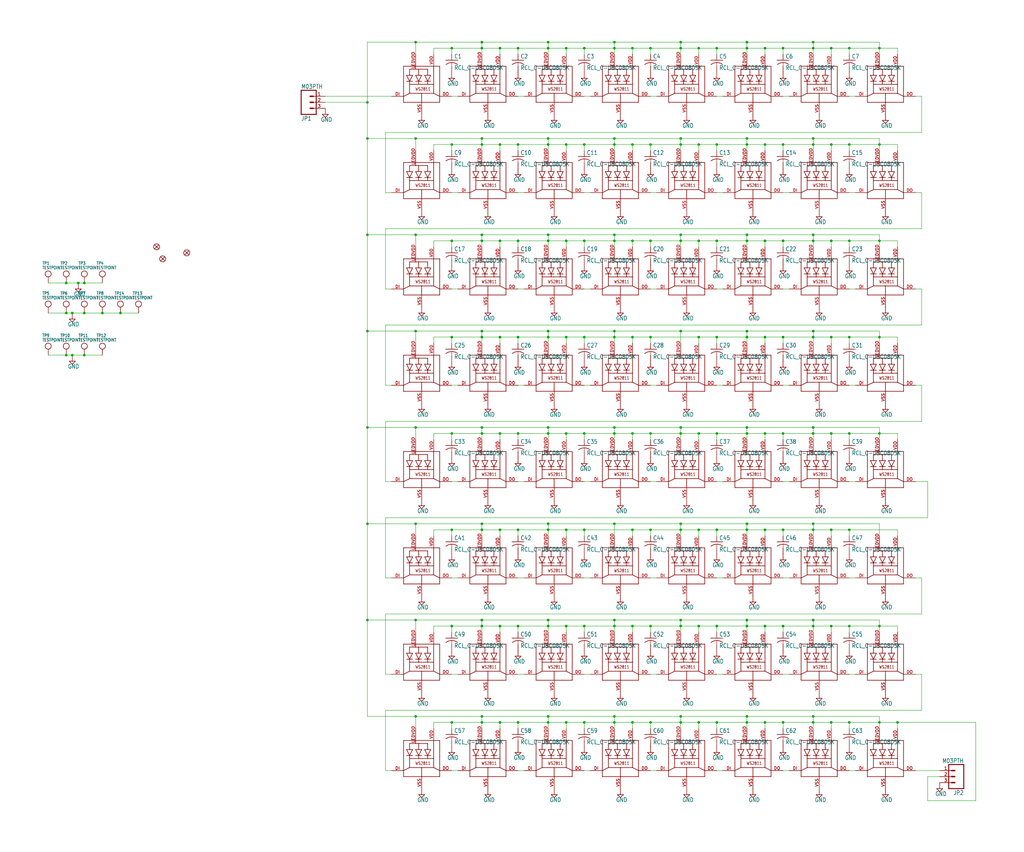
<source format=kicad_sch>
(kicad_sch (version 20211123) (generator eeschema)
  (paper "User" 431.8 359.385)
  (junction (at 370.84 142.24))
  (junction (at 302.26 20.32))
  (junction (at 246.38 182.88))
  (junction (at 358.14 60.96))
  (junction (at 238.76 182.88))
  (junction (at 190.5 60.96))
  (junction (at 370.84 20.32))
  (junction (at 43.18 132.08))
  (junction (at 175.26 261.62))
  (junction (at 370.84 182.88))
  (junction (at 266.7 101.6))
  (junction (at 342.9 261.62))
  (junction (at 259.08 182.88))
  (junction (at 287.02 302.26))
  (junction (at 322.58 304.8))
  (junction (at 322.58 142.24))
  (junction (at 246.38 101.6))
  (junction (at 342.9 17.78))
  (junction (at 218.44 223.52))
  (junction (at 231.14 220.98))
  (junction (at 203.2 20.32))
  (junction (at 302.26 304.8))
  (junction (at 266.7 223.52))
  (junction (at 294.64 182.88))
  (junction (at 302.26 264.16))
  (junction (at 259.08 302.26))
  (junction (at 294.64 101.6))
  (junction (at 154.94 99.06))
  (junction (at 218.44 60.96))
  (junction (at 154.94 220.98))
  (junction (at 314.96 264.16))
  (junction (at 259.08 20.32))
  (junction (at 370.84 304.8))
  (junction (at 266.7 20.32))
  (junction (at 190.5 182.88))
  (junction (at 274.32 101.6))
  (junction (at 203.2 220.98))
  (junction (at 175.26 58.42))
  (junction (at 238.76 142.24))
  (junction (at 203.2 139.7))
  (junction (at 231.14 139.7))
  (junction (at 218.44 142.24))
  (junction (at 330.2 182.88))
  (junction (at 274.32 20.32))
  (junction (at 231.14 99.06))
  (junction (at 342.9 139.7))
  (junction (at 330.2 60.96))
  (junction (at 203.2 264.16))
  (junction (at 27.94 132.08))
  (junction (at 50.8 132.08))
  (junction (at 342.9 101.6))
  (junction (at 210.82 142.24))
  (junction (at 350.52 264.16))
  (junction (at 314.96 302.26))
  (junction (at 370.84 60.96))
  (junction (at 218.44 20.32))
  (junction (at 322.58 20.32))
  (junction (at 287.02 261.62))
  (junction (at 274.32 182.88))
  (junction (at 287.02 223.52))
  (junction (at 35.56 149.86))
  (junction (at 314.96 220.98))
  (junction (at 210.82 20.32))
  (junction (at 314.96 261.62))
  (junction (at 218.44 304.8))
  (junction (at 330.2 223.52))
  (junction (at 330.2 142.24))
  (junction (at 231.14 60.96))
  (junction (at 302.26 142.24))
  (junction (at 175.26 99.06))
  (junction (at 35.56 119.38))
  (junction (at 287.02 58.42))
  (junction (at 274.32 60.96))
  (junction (at 154.94 43.18))
  (junction (at 238.76 60.96))
  (junction (at 302.26 223.52))
  (junction (at 287.02 220.98))
  (junction (at 190.5 223.52))
  (junction (at 294.64 264.16))
  (junction (at 154.94 58.42))
  (junction (at 287.02 20.32))
  (junction (at 210.82 60.96))
  (junction (at 314.96 142.24))
  (junction (at 350.52 101.6))
  (junction (at 231.14 58.42))
  (junction (at 30.48 149.86))
  (junction (at 302.26 60.96))
  (junction (at 370.84 101.6))
  (junction (at 350.52 20.32))
  (junction (at 231.14 302.26))
  (junction (at 358.14 182.88))
  (junction (at 259.08 99.06))
  (junction (at 302.26 101.6))
  (junction (at 350.52 182.88))
  (junction (at 190.5 142.24))
  (junction (at 154.94 261.62))
  (junction (at 190.5 264.16))
  (junction (at 210.82 264.16))
  (junction (at 314.96 99.06))
  (junction (at 203.2 142.24))
  (junction (at 266.7 304.8))
  (junction (at 342.9 99.06))
  (junction (at 330.2 101.6))
  (junction (at 294.64 304.8))
  (junction (at 322.58 60.96))
  (junction (at 342.9 180.34))
  (junction (at 175.26 220.98))
  (junction (at 218.44 101.6))
  (junction (at 203.2 304.8))
  (junction (at 246.38 142.24))
  (junction (at 203.2 223.52))
  (junction (at 350.52 223.52))
  (junction (at 342.9 142.24))
  (junction (at 154.94 139.7))
  (junction (at 231.14 20.32))
  (junction (at 190.5 20.32))
  (junction (at 358.14 101.6))
  (junction (at 314.96 58.42))
  (junction (at 259.08 264.16))
  (junction (at 238.76 304.8))
  (junction (at 203.2 99.06))
  (junction (at 203.2 302.26))
  (junction (at 287.02 180.34))
  (junction (at 322.58 223.52))
  (junction (at 302.26 182.88))
  (junction (at 287.02 60.96))
  (junction (at 358.14 304.8))
  (junction (at 314.96 17.78))
  (junction (at 259.08 60.96))
  (junction (at 259.08 304.8))
  (junction (at 322.58 264.16))
  (junction (at 203.2 180.34))
  (junction (at 266.7 60.96))
  (junction (at 358.14 264.16))
  (junction (at 287.02 304.8))
  (junction (at 175.26 180.34))
  (junction (at 246.38 264.16))
  (junction (at 203.2 101.6))
  (junction (at 274.32 223.52))
  (junction (at 314.96 20.32))
  (junction (at 322.58 101.6))
  (junction (at 231.14 261.62))
  (junction (at 287.02 264.16))
  (junction (at 330.2 304.8))
  (junction (at 358.14 223.52))
  (junction (at 231.14 264.16))
  (junction (at 342.9 220.98))
  (junction (at 203.2 58.42))
  (junction (at 314.96 182.88))
  (junction (at 210.82 304.8))
  (junction (at 342.9 304.8))
  (junction (at 350.52 304.8))
  (junction (at 238.76 223.52))
  (junction (at 287.02 139.7))
  (junction (at 175.26 17.78))
  (junction (at 370.84 264.16))
  (junction (at 259.08 180.34))
  (junction (at 266.7 142.24))
  (junction (at 246.38 223.52))
  (junction (at 266.7 264.16))
  (junction (at 287.02 101.6))
  (junction (at 210.82 182.88))
  (junction (at 294.64 60.96))
  (junction (at 274.32 264.16))
  (junction (at 231.14 182.88))
  (junction (at 218.44 264.16))
  (junction (at 322.58 182.88))
  (junction (at 259.08 58.42))
  (junction (at 238.76 101.6))
  (junction (at 203.2 182.88))
  (junction (at 231.14 304.8))
  (junction (at 342.9 60.96))
  (junction (at 154.94 180.34))
  (junction (at 231.14 223.52))
  (junction (at 350.52 60.96))
  (junction (at 294.64 142.24))
  (junction (at 350.52 142.24))
  (junction (at 218.44 182.88))
  (junction (at 287.02 17.78))
  (junction (at 342.9 302.26))
  (junction (at 246.38 60.96))
  (junction (at 175.26 302.26))
  (junction (at 259.08 142.24))
  (junction (at 33.02 119.38))
  (junction (at 259.08 101.6))
  (junction (at 190.5 101.6))
  (junction (at 274.32 304.8))
  (junction (at 27.94 149.86))
  (junction (at 342.9 223.52))
  (junction (at 314.96 223.52))
  (junction (at 210.82 223.52))
  (junction (at 259.08 220.98))
  (junction (at 314.96 101.6))
  (junction (at 330.2 20.32))
  (junction (at 231.14 142.24))
  (junction (at 175.26 139.7))
  (junction (at 231.14 101.6))
  (junction (at 287.02 99.06))
  (junction (at 358.14 20.32))
  (junction (at 342.9 20.32))
  (junction (at 314.96 180.34))
  (junction (at 238.76 20.32))
  (junction (at 342.9 182.88))
  (junction (at 231.14 180.34))
  (junction (at 259.08 261.62))
  (junction (at 246.38 304.8))
  (junction (at 378.46 304.8))
  (junction (at 231.14 17.78))
  (junction (at 330.2 264.16))
  (junction (at 274.32 142.24))
  (junction (at 342.9 58.42))
  (junction (at 259.08 139.7))
  (junction (at 259.08 17.78))
  (junction (at 203.2 17.78))
  (junction (at 203.2 60.96))
  (junction (at 35.56 132.08))
  (junction (at 294.64 223.52))
  (junction (at 266.7 182.88))
  (junction (at 203.2 261.62))
  (junction (at 314.96 60.96))
  (junction (at 30.48 132.08))
  (junction (at 246.38 20.32))
  (junction (at 342.9 264.16))
  (junction (at 238.76 264.16))
  (junction (at 294.64 20.32))
  (junction (at 314.96 139.7))
  (junction (at 210.82 101.6))
  (junction (at 358.14 142.24))
  (junction (at 314.96 304.8))
  (junction (at 287.02 182.88))
  (junction (at 190.5 304.8))
  (junction (at 27.94 119.38))
  (wire (pts (xy 358.14 142.24) (xy 370.84 142.24)))
  (wire (pts (xy 370.84 58.42) (xy 370.84 60.96)))
  (wire (pts (xy 342.9 304.8) (xy 342.9 302.26)))
  (wire (pts (xy 266.7 307.34) (xy 266.7 304.8)))
  (wire (pts (xy 246.38 304.8) (xy 246.38 307.34)))
  (wire (pts (xy 342.9 220.98) (xy 370.84 220.98)))
  (wire (pts (xy 350.52 266.7) (xy 350.52 264.16)))
  (wire (pts (xy 322.58 22.86) (xy 322.58 20.32)))
  (wire (pts (xy 287.02 101.6) (xy 287.02 99.06)))
  (wire (pts (xy 370.84 60.96) (xy 378.46 60.96)))
  (wire (pts (xy 358.14 223.52) (xy 378.46 223.52)))
  (wire (pts (xy 342.9 60.96) (xy 350.52 60.96)))
  (wire (pts (xy 238.76 104.14) (xy 238.76 101.6)))
  (wire (pts (xy 231.14 304.8) (xy 231.14 302.26)))
  (wire (pts (xy 190.5 60.96) (xy 190.5 63.5)))
  (wire (pts (xy 203.2 22.86) (xy 203.2 20.32)))
  (wire (pts (xy 350.52 264.16) (xy 358.14 264.16)))
  (wire (pts (xy 342.9 101.6) (xy 350.52 101.6)))
  (wire (pts (xy 137.16 43.18) (xy 154.94 43.18)))
  (wire (pts (xy 370.84 220.98) (xy 370.84 226.06)))
  (wire (pts (xy 370.84 139.7) (xy 370.84 142.24)))
  (wire (pts (xy 259.08 142.24) (xy 266.7 142.24)))
  (wire (pts (xy 274.32 142.24) (xy 274.32 144.78)))
  (wire (pts (xy 378.46 226.06) (xy 378.46 223.52)))
  (wire (pts (xy 314.96 139.7) (xy 342.9 139.7)))
  (wire (pts (xy 218.44 20.32) (xy 218.44 22.86)))
  (wire (pts (xy 218.44 101.6) (xy 231.14 101.6)))
  (wire (pts (xy 20.32 119.38) (xy 27.94 119.38)))
  (wire (pts (xy 190.5 142.24) (xy 203.2 142.24)))
  (wire (pts (xy 360.68 40.64) (xy 358.14 40.64)))
  (wire (pts (xy 287.02 180.34) (xy 314.96 180.34)))
  (wire (pts (xy 274.32 304.8) (xy 287.02 304.8)))
  (wire (pts (xy 391.16 327.66) (xy 391.16 337.82)))
  (wire (pts (xy 259.08 60.96) (xy 266.7 60.96)))
  (wire (pts (xy 370.84 60.96) (xy 370.84 63.5)))
  (wire (pts (xy 342.9 223.52) (xy 350.52 223.52)))
  (wire (pts (xy 287.02 58.42) (xy 314.96 58.42)))
  (wire (pts (xy 259.08 144.78) (xy 259.08 142.24)))
  (wire (pts (xy 137.16 40.64) (xy 165.1 40.64)))
  (wire (pts (xy 266.7 264.16) (xy 274.32 264.16)))
  (wire (pts (xy 370.84 182.88) (xy 378.46 182.88)))
  (wire (pts (xy 162.56 177.8) (xy 162.56 203.2)))
  (wire (pts (xy 259.08 99.06) (xy 287.02 99.06)))
  (wire (pts (xy 342.9 182.88) (xy 350.52 182.88)))
  (wire (pts (xy 175.26 99.06) (xy 203.2 99.06)))
  (wire (pts (xy 218.44 182.88) (xy 231.14 182.88)))
  (wire (pts (xy 154.94 58.42) (xy 154.94 99.06)))
  (wire (pts (xy 302.26 20.32) (xy 302.26 22.86)))
  (wire (pts (xy 175.26 58.42) (xy 203.2 58.42)))
  (wire (pts (xy 210.82 182.88) (xy 218.44 182.88)))
  (wire (pts (xy 162.56 137.16) (xy 162.56 162.56)))
  (wire (pts (xy 210.82 104.14) (xy 210.82 101.6)))
  (wire (pts (xy 259.08 139.7) (xy 287.02 139.7)))
  (wire (pts (xy 203.2 264.16) (xy 210.82 264.16)))
  (wire (pts (xy 193.04 284.48) (xy 190.5 284.48)))
  (wire (pts (xy 314.96 20.32) (xy 322.58 20.32)))
  (wire (pts (xy 190.5 20.32) (xy 203.2 20.32)))
  (wire (pts (xy 314.96 101.6) (xy 322.58 101.6)))
  (wire (pts (xy 287.02 63.5) (xy 287.02 60.96)))
  (wire (pts (xy 330.2 223.52) (xy 342.9 223.52)))
  (wire (pts (xy 238.76 20.32) (xy 246.38 20.32)))
  (wire (pts (xy 294.64 142.24) (xy 302.26 142.24)))
  (wire (pts (xy 231.14 220.98) (xy 259.08 220.98)))
  (wire (pts (xy 238.76 226.06) (xy 238.76 223.52)))
  (wire (pts (xy 322.58 104.14) (xy 322.58 101.6)))
  (wire (pts (xy 203.2 104.14) (xy 203.2 101.6)))
  (wire (pts (xy 314.96 220.98) (xy 342.9 220.98)))
  (wire (pts (xy 302.26 264.16) (xy 314.96 264.16)))
  (wire (pts (xy 330.2 304.8) (xy 342.9 304.8)))
  (wire (pts (xy 276.86 325.12) (xy 274.32 325.12)))
  (wire (pts (xy 360.68 284.48) (xy 358.14 284.48)))
  (wire (pts (xy 322.58 63.5) (xy 322.58 60.96)))
  (wire (pts (xy 266.7 104.14) (xy 266.7 101.6)))
  (wire (pts (xy 304.8 325.12) (xy 302.26 325.12)))
  (wire (pts (xy 220.98 203.2) (xy 218.44 203.2)))
  (wire (pts (xy 287.02 20.32) (xy 294.64 20.32)))
  (wire (pts (xy 342.9 264.16) (xy 350.52 264.16)))
  (wire (pts (xy 175.26 185.42) (xy 175.26 180.34)))
  (wire (pts (xy 330.2 142.24) (xy 330.2 144.78)))
  (wire (pts (xy 370.84 20.32) (xy 378.46 20.32)))
  (wire (pts (xy 259.08 17.78) (xy 287.02 17.78)))
  (wire (pts (xy 231.14 142.24) (xy 231.14 139.7)))
  (wire (pts (xy 248.92 203.2) (xy 246.38 203.2)))
  (wire (pts (xy 322.58 307.34) (xy 322.58 304.8)))
  (wire (pts (xy 332.74 243.84) (xy 330.2 243.84)))
  (wire (pts (xy 287.02 60.96) (xy 287.02 58.42)))
  (wire (pts (xy 248.92 325.12) (xy 246.38 325.12)))
  (wire (pts (xy 175.26 104.14) (xy 175.26 99.06)))
  (wire (pts (xy 294.64 223.52) (xy 302.26 223.52)))
  (wire (pts (xy 231.14 180.34) (xy 231.14 182.88)))
  (wire (pts (xy 246.38 304.8) (xy 259.08 304.8)))
  (wire (pts (xy 175.26 99.06) (xy 154.94 99.06)))
  (wire (pts (xy 276.86 40.64) (xy 274.32 40.64)))
  (wire (pts (xy 332.74 325.12) (xy 330.2 325.12)))
  (wire (pts (xy 350.52 22.86) (xy 350.52 20.32)))
  (wire (pts (xy 238.76 101.6) (xy 246.38 101.6)))
  (wire (pts (xy 314.96 182.88) (xy 314.96 180.34)))
  (wire (pts (xy 182.88 266.7) (xy 182.88 264.16)))
  (wire (pts (xy 220.98 243.84) (xy 218.44 243.84)))
  (wire (pts (xy 203.2 220.98) (xy 231.14 220.98)))
  (wire (pts (xy 220.98 284.48) (xy 218.44 284.48)))
  (wire (pts (xy 358.14 264.16) (xy 358.14 266.7)))
  (wire (pts (xy 162.56 325.12) (xy 165.1 325.12)))
  (wire (pts (xy 238.76 63.5) (xy 238.76 60.96)))
  (wire (pts (xy 304.8 121.92) (xy 302.26 121.92)))
  (wire (pts (xy 35.56 119.38) (xy 43.18 119.38)))
  (wire (pts (xy 322.58 142.24) (xy 330.2 142.24)))
  (wire (pts (xy 358.14 101.6) (xy 370.84 101.6)))
  (wire (pts (xy 386.08 40.64) (xy 388.62 40.64)))
  (wire (pts (xy 314.96 63.5) (xy 314.96 60.96)))
  (wire (pts (xy 190.5 142.24) (xy 190.5 144.78)))
  (wire (pts (xy 30.48 132.08) (xy 35.56 132.08)))
  (wire (pts (xy 370.84 17.78) (xy 370.84 20.32)))
  (wire (pts (xy 218.44 304.8) (xy 231.14 304.8)))
  (wire (pts (xy 203.2 99.06) (xy 231.14 99.06)))
  (wire (pts (xy 358.14 20.32) (xy 358.14 22.86)))
  (wire (pts (xy 246.38 20.32) (xy 259.08 20.32)))
  (wire (pts (xy 162.56 299.72) (xy 162.56 325.12)))
  (wire (pts (xy 182.88 304.8) (xy 190.5 304.8)))
  (wire (pts (xy 50.8 132.08) (xy 58.42 132.08)))
  (wire (pts (xy 388.62 259.08) (xy 162.56 259.08)))
  (wire (pts (xy 287.02 101.6) (xy 294.64 101.6)))
  (wire (pts (xy 302.26 182.88) (xy 302.26 185.42)))
  (wire (pts (xy 314.96 261.62) (xy 342.9 261.62)))
  (wire (pts (xy 259.08 264.16) (xy 259.08 261.62)))
  (wire (pts (xy 238.76 264.16) (xy 246.38 264.16)))
  (wire (pts (xy 314.96 17.78) (xy 342.9 17.78)))
  (wire (pts (xy 330.2 264.16) (xy 330.2 266.7)))
  (wire (pts (xy 203.2 142.24) (xy 210.82 142.24)))
  (wire (pts (xy 231.14 182.88) (xy 231.14 185.42)))
  (wire (pts (xy 190.5 182.88) (xy 190.5 185.42)))
  (wire (pts (xy 203.2 307.34) (xy 203.2 304.8)))
  (wire (pts (xy 259.08 182.88) (xy 266.7 182.88)))
  (wire (pts (xy 203.2 20.32) (xy 203.2 17.78)))
  (wire (pts (xy 203.2 60.96) (xy 210.82 60.96)))
  (wire (pts (xy 342.9 226.06) (xy 342.9 223.52)))
  (wire (pts (xy 266.7 226.06) (xy 266.7 223.52)))
  (wire (pts (xy 231.14 304.8) (xy 238.76 304.8)))
  (wire (pts (xy 238.76 307.34) (xy 238.76 304.8)))
  (wire (pts (xy 218.44 223.52) (xy 231.14 223.52)))
  (wire (pts (xy 294.64 264.16) (xy 302.26 264.16)))
  (wire (pts (xy 358.14 264.16) (xy 370.84 264.16)))
  (wire (pts (xy 314.96 180.34) (xy 342.9 180.34)))
  (wire (pts (xy 322.58 226.06) (xy 322.58 223.52)))
  (wire (pts (xy 386.08 325.12) (xy 396.24 325.12)))
  (wire (pts (xy 238.76 185.42) (xy 238.76 182.88)))
  (wire (pts (xy 203.2 185.42) (xy 203.2 182.88)))
  (wire (pts (xy 248.92 40.64) (xy 246.38 40.64)))
  (wire (pts (xy 162.56 259.08) (xy 162.56 284.48)))
  (wire (pts (xy 238.76 223.52) (xy 246.38 223.52)))
  (wire (pts (xy 231.14 223.52) (xy 238.76 223.52)))
  (wire (pts (xy 350.52 20.32) (xy 358.14 20.32)))
  (wire (pts (xy 287.02 182.88) (xy 294.64 182.88)))
  (wire (pts (xy 246.38 264.16) (xy 259.08 264.16)))
  (wire (pts (xy 294.64 60.96) (xy 302.26 60.96)))
  (wire (pts (xy 322.58 223.52) (xy 330.2 223.52)))
  (wire (pts (xy 330.2 264.16) (xy 342.9 264.16)))
  (wire (pts (xy 314.96 22.86) (xy 314.96 20.32)))
  (wire (pts (xy 238.76 22.86) (xy 238.76 20.32)))
  (wire (pts (xy 190.5 223.52) (xy 203.2 223.52)))
  (wire (pts (xy 238.76 266.7) (xy 238.76 264.16)))
  (wire (pts (xy 378.46 185.42) (xy 378.46 182.88)))
  (wire (pts (xy 287.02 139.7) (xy 314.96 139.7)))
  (wire (pts (xy 330.2 60.96) (xy 330.2 63.5)))
  (wire (pts (xy 287.02 223.52) (xy 287.02 220.98)))
  (wire (pts (xy 314.96 266.7) (xy 314.96 264.16)))
  (wire (pts (xy 358.14 101.6) (xy 358.14 104.14)))
  (wire (pts (xy 175.26 266.7) (xy 175.26 261.62)))
  (wire (pts (xy 175.26 22.86) (xy 175.26 17.78)))
  (wire (pts (xy 266.7 304.8) (xy 274.32 304.8)))
  (wire (pts (xy 210.82 304.8) (xy 218.44 304.8)))
  (wire (pts (xy 370.84 20.32) (xy 370.84 22.86)))
  (wire (pts (xy 175.26 261.62) (xy 203.2 261.62)))
  (wire (pts (xy 210.82 226.06) (xy 210.82 223.52)))
  (wire (pts (xy 259.08 220.98) (xy 287.02 220.98)))
  (wire (pts (xy 266.7 185.42) (xy 266.7 182.88)))
  (wire (pts (xy 259.08 104.14) (xy 259.08 101.6)))
  (wire (pts (xy 388.62 81.28) (xy 388.62 96.52)))
  (wire (pts (xy 370.84 182.88) (xy 370.84 185.42)))
  (wire (pts (xy 210.82 101.6) (xy 218.44 101.6)))
  (wire (pts (xy 314.96 99.06) (xy 342.9 99.06)))
  (wire (pts (xy 259.08 307.34) (xy 259.08 304.8)))
  (wire (pts (xy 162.56 218.44) (xy 162.56 243.84)))
  (wire (pts (xy 231.14 60.96) (xy 231.14 58.42)))
  (wire (pts (xy 218.44 20.32) (xy 231.14 20.32)))
  (wire (pts (xy 274.32 304.8) (xy 274.32 307.34)))
  (wire (pts (xy 190.5 60.96) (xy 203.2 60.96)))
  (wire (pts (xy 350.52 60.96) (xy 358.14 60.96)))
  (wire (pts (xy 322.58 266.7) (xy 322.58 264.16)))
  (wire (pts (xy 287.02 99.06) (xy 314.96 99.06)))
  (wire (pts (xy 314.96 182.88) (xy 322.58 182.88)))
  (wire (pts (xy 370.84 99.06) (xy 370.84 101.6)))
  (wire (pts (xy 314.96 58.42) (xy 342.9 58.42)))
  (wire (pts (xy 330.2 101.6) (xy 342.9 101.6)))
  (wire (pts (xy 274.32 264.16) (xy 287.02 264.16)))
  (wire (pts (xy 231.14 104.14) (xy 231.14 101.6)))
  (wire (pts (xy 360.68 243.84) (xy 358.14 243.84)))
  (wire (pts (xy 246.38 20.32) (xy 246.38 22.86)))
  (wire (pts (xy 246.38 142.24) (xy 259.08 142.24)))
  (wire (pts (xy 302.26 101.6) (xy 302.26 104.14)))
  (wire (pts (xy 35.56 149.86) (xy 43.18 149.86)))
  (wire (pts (xy 388.62 162.56) (xy 388.62 177.8)))
  (wire (pts (xy 238.76 60.96) (xy 246.38 60.96)))
  (wire (pts (xy 386.08 81.28) (xy 388.62 81.28)))
  (wire (pts (xy 203.2 63.5) (xy 203.2 60.96)))
  (wire (pts (xy 210.82 63.5) (xy 210.82 60.96)))
  (wire (pts (xy 162.56 121.92) (xy 165.1 121.92)))
  (wire (pts (xy 314.96 304.8) (xy 322.58 304.8)))
  (wire (pts (xy 162.56 203.2) (xy 165.1 203.2)))
  (wire (pts (xy 231.14 226.06) (xy 231.14 223.52)))
  (wire (pts (xy 43.18 132.08) (xy 50.8 132.08)))
  (wire (pts (xy 342.9 20.32) (xy 342.9 17.78)))
  (wire (pts (xy 190.5 20.32) (xy 190.5 22.86)))
  (wire (pts (xy 287.02 104.14) (xy 287.02 101.6)))
  (wire (pts (xy 203.2 304.8) (xy 210.82 304.8)))
  (wire (pts (xy 314.96 101.6) (xy 314.96 99.06)))
  (wire (pts (xy 218.44 264.16) (xy 218.44 266.7)))
  (wire (pts (xy 182.88 104.14) (xy 182.88 101.6)))
  (wire (pts (xy 332.74 40.64) (xy 330.2 40.64)))
  (wire (pts (xy 350.52 63.5) (xy 350.52 60.96)))
  (wire (pts (xy 287.02 144.78) (xy 287.02 139.7)))
  (wire (pts (xy 27.94 119.38) (xy 33.02 119.38)))
  (wire (pts (xy 314.96 104.14) (xy 314.96 101.6)))
  (wire (pts (xy 330.2 101.6) (xy 330.2 104.14)))
  (wire (pts (xy 190.5 101.6) (xy 190.5 104.14)))
  (wire (pts (xy 342.9 99.06) (xy 370.84 99.06)))
  (wire (pts (xy 259.08 264.16) (xy 266.7 264.16)))
  (wire (pts (xy 322.58 304.8) (xy 330.2 304.8)))
  (wire (pts (xy 274.32 20.32) (xy 274.32 22.86)))
  (wire (pts (xy 248.92 284.48) (xy 246.38 284.48)))
  (wire (pts (xy 35.56 132.08) (xy 43.18 132.08)))
  (wire (pts (xy 378.46 63.5) (xy 378.46 60.96)))
  (wire (pts (xy 391.16 203.2) (xy 391.16 218.44)))
  (wire (pts (xy 203.2 266.7) (xy 203.2 264.16)))
  (wire (pts (xy 203.2 142.24) (xy 203.2 139.7)))
  (wire (pts (xy 238.76 142.24) (xy 246.38 142.24)))
  (wire (pts (xy 314.96 223.52) (xy 314.96 220.98)))
  (wire (pts (xy 294.64 20.32) (xy 302.26 20.32)))
  (wire (pts (xy 302.26 142.24) (xy 302.26 144.78)))
  (wire (pts (xy 246.38 60.96) (xy 246.38 63.5)))
  (wire (pts (xy 330.2 20.32) (xy 342.9 20.32)))
  (wire (pts (xy 302.26 60.96) (xy 302.26 63.5)))
  (wire (pts (xy 231.14 63.5) (xy 231.14 60.96)))
  (wire (pts (xy 193.04 40.64) (xy 190.5 40.64)))
  (wire (pts (xy 231.14 142.24) (xy 238.76 142.24)))
  (wire (pts (xy 231.14 264.16) (xy 231.14 261.62)))
  (wire (pts (xy 287.02 220.98) (xy 314.96 220.98)))
  (wire (pts (xy 342.9 101.6) (xy 342.9 99.06)))
  (wire (pts (xy 358.14 304.8) (xy 370.84 304.8)))
  (wire (pts (xy 154.94 302.26) (xy 154.94 261.62)))
  (wire (pts (xy 370.84 101.6) (xy 378.46 101.6)))
  (wire (pts (xy 342.9 63.5) (xy 342.9 60.96)))
  (wire (pts (xy 175.26 63.5) (xy 175.26 58.42)))
  (wire (pts (xy 182.88 307.34) (xy 182.88 304.8)))
  (wire (pts (xy 287.02 266.7) (xy 287.02 264.16)))
  (wire (pts (xy 259.08 261.62) (xy 287.02 261.62)))
  (wire (pts (xy 294.64 63.5) (xy 294.64 60.96)))
  (wire (pts (xy 350.52 101.6) (xy 358.14 101.6)))
  (wire (pts (xy 287.02 302.26) (xy 314.96 302.26)))
  (wire (pts (xy 302.26 101.6) (xy 314.96 101.6)))
  (wire (pts (xy 314.96 60.96) (xy 314.96 58.42)))
  (wire (pts (xy 20.32 149.86) (xy 27.94 149.86)))
  (wire (pts (xy 330.2 60.96) (xy 342.9 60.96)))
  (wire (pts (xy 30.48 149.86) (xy 35.56 149.86)))
  (wire (pts (xy 231.14 101.6) (xy 238.76 101.6)))
  (wire (pts (xy 330.2 182.88) (xy 342.9 182.88)))
  (wire (pts (xy 231.14 264.16) (xy 238.76 264.16)))
  (wire (pts (xy 274.32 223.52) (xy 274.32 226.06)))
  (wire (pts (xy 370.84 261.62) (xy 370.84 264.16)))
  (wire (pts (xy 246.38 223.52) (xy 246.38 226.06)))
  (wire (pts (xy 175.26 302.26) (xy 154.94 302.26)))
  (wire (pts (xy 231.14 307.34) (xy 231.14 304.8)))
  (wire (pts (xy 175.26 307.34) (xy 175.26 302.26)))
  (wire (pts (xy 246.38 60.96) (xy 259.08 60.96)))
  (wire (pts (xy 259.08 20.32) (xy 266.7 20.32)))
  (wire (pts (xy 388.62 243.84) (xy 388.62 259.08)))
  (wire (pts (xy 259.08 20.32) (xy 259.08 17.78)))
  (wire (pts (xy 266.7 266.7) (xy 266.7 264.16)))
  (wire (pts (xy 314.96 185.42) (xy 314.96 182.88)))
  (wire (pts (xy 203.2 139.7) (xy 231.14 139.7)))
  (wire (pts (xy 175.26 226.06) (xy 175.26 220.98)))
  (wire (pts (xy 259.08 142.24) (xy 259.08 139.7)))
  (wire (pts (xy 360.68 121.92) (xy 358.14 121.92)))
  (wire (pts (xy 322.58 101.6) (xy 330.2 101.6)))
  (wire (pts (xy 287.02 17.78) (xy 314.96 17.78)))
  (wire (pts (xy 210.82 22.86) (xy 210.82 20.32)))
  (wire (pts (xy 182.88 144.78) (xy 182.88 142.24)))
  (wire (pts (xy 246.38 101.6) (xy 246.38 104.14)))
  (wire (pts (xy 322.58 182.88) (xy 330.2 182.88)))
  (wire (pts (xy 220.98 40.64) (xy 218.44 40.64)))
  (wire (pts (xy 378.46 22.86) (xy 378.46 20.32)))
  (wire (pts (xy 342.9 261.62) (xy 370.84 261.62)))
  (wire (pts (xy 358.14 60.96) (xy 370.84 60.96)))
  (wire (pts (xy 182.88 142.24) (xy 190.5 142.24)))
  (wire (pts (xy 386.08 243.84) (xy 388.62 243.84)))
  (wire (pts (xy 175.26 180.34) (xy 154.94 180.34)))
  (wire (pts (xy 266.7 22.86) (xy 266.7 20.32)))
  (wire (pts (xy 162.56 81.28) (xy 165.1 81.28)))
  (wire (pts (xy 231.14 20.32) (xy 238.76 20.32)))
  (wire (pts (xy 182.88 60.96) (xy 190.5 60.96)))
  (wire (pts (xy 203.2 101.6) (xy 203.2 99.06)))
  (wire (pts (xy 274.32 142.24) (xy 294.64 142.24)))
  (wire (pts (xy 314.96 264.16) (xy 322.58 264.16)))
  (wire (pts (xy 259.08 101.6) (xy 259.08 99.06)))
  (wire (pts (xy 248.92 162.56) (xy 246.38 162.56)))
  (wire (pts (xy 203.2 304.8) (xy 203.2 302.26)))
  (wire (pts (xy 218.44 142.24) (xy 231.14 142.24)))
  (wire (pts (xy 220.98 121.92) (xy 218.44 121.92)))
  (wire (pts (xy 259.08 180.34) (xy 287.02 180.34)))
  (wire (pts (xy 259.08 101.6) (xy 266.7 101.6)))
  (wire (pts (xy 314.96 307.34) (xy 314.96 304.8)))
  (wire (pts (xy 182.88 264.16) (xy 190.5 264.16)))
  (wire (pts (xy 175.26 180.34) (xy 203.2 180.34)))
  (wire (pts (xy 358.14 142.24) (xy 358.14 144.78)))
  (wire (pts (xy 342.9 17.78) (xy 370.84 17.78)))
  (wire (pts (xy 193.04 81.28) (xy 190.5 81.28)))
  (wire (pts (xy 314.96 304.8) (xy 314.96 302.26)))
  (wire (pts (xy 193.04 203.2) (xy 190.5 203.2)))
  (wire (pts (xy 294.64 266.7) (xy 294.64 264.16)))
  (wire (pts (xy 259.08 226.06) (xy 259.08 220.98)))
  (wire (pts (xy 238.76 182.88) (xy 246.38 182.88)))
  (wire (pts (xy 294.64 185.42) (xy 294.64 182.88)))
  (wire (pts (xy 388.62 96.52) (xy 162.56 96.52)))
  (wire (pts (xy 175.26 17.78) (xy 203.2 17.78)))
  (wire (pts (xy 330.2 223.52) (xy 330.2 226.06)))
  (wire (pts (xy 276.86 284.48) (xy 274.32 284.48)))
  (wire (pts (xy 342.9 266.7) (xy 342.9 264.16)))
  (wire (pts (xy 274.32 264.16) (xy 274.32 266.7)))
  (wire (pts (xy 231.14 223.52) (xy 231.14 220.98)))
  (wire (pts (xy 154.94 43.18) (xy 154.94 58.42)))
  (wire (pts (xy 304.8 284.48) (xy 302.26 284.48)))
  (wire (pts (xy 274.32 101.6) (xy 274.32 104.14)))
  (wire (pts (xy 246.38 223.52) (xy 266.7 223.52)))
  (wire (pts (xy 294.64 226.06) (xy 294.64 223.52)))
  (wire (pts (xy 175.26 144.78) (xy 175.26 139.7)))
  (wire (pts (xy 182.88 223.52) (xy 190.5 223.52)))
  (wire (pts (xy 342.9 144.78) (xy 342.9 142.24)))
  (wire (pts (xy 210.82 60.96) (xy 218.44 60.96)))
  (wire (pts (xy 220.98 162.56) (xy 218.44 162.56)))
  (wire (pts (xy 322.58 60.96) (xy 330.2 60.96)))
  (wire (pts (xy 370.84 142.24) (xy 370.84 144.78)))
  (wire (pts (xy 304.8 203.2) (xy 302.26 203.2)))
  (wire (pts (xy 210.82 20.32) (xy 218.44 20.32)))
  (wire (pts (xy 350.52 182.88) (xy 358.14 182.88)))
  (wire (pts (xy 287.02 307.34) (xy 287.02 304.8)))
  (wire (pts (xy 154.94 17.78) (xy 154.94 43.18)))
  (wire (pts (xy 248.92 243.84) (xy 246.38 243.84)))
  (wire (pts (xy 203.2 226.06) (xy 203.2 223.52)))
  (wire (pts (xy 342.9 142.24) (xy 342.9 139.7)))
  (wire (pts (xy 322.58 20.32) (xy 330.2 20.32)))
  (wire (pts (xy 210.82 223.52) (xy 218.44 223.52)))
  (wire (pts (xy 370.84 264.16) (xy 378.46 264.16)))
  (wire (pts (xy 274.32 182.88) (xy 274.32 185.42)))
  (wire (pts (xy 259.08 266.7) (xy 259.08 264.16)))
  (wire (pts (xy 154.94 261.62) (xy 154.94 220.98)))
  (wire (pts (xy 342.9 180.34) (xy 342.9 182.88)))
  (wire (pts (xy 154.94 180.34) (xy 154.94 220.98)))
  (wire (pts (xy 162.56 96.52) (xy 162.56 121.92)))
  (wire (pts (xy 287.02 304.8) (xy 287.02 302.26)))
  (wire (pts (xy 203.2 264.16) (xy 203.2 261.62)))
  (wire (pts (xy 238.76 144.78) (xy 238.76 142.24)))
  (wire (pts (xy 182.88 22.86) (xy 182.88 20.32)))
  (wire (pts (xy 330.2 182.88) (xy 330.2 185.42)))
  (wire (pts (xy 274.32 60.96) (xy 287.02 60.96)))
  (wire (pts (xy 287.02 180.34) (xy 287.02 182.88)))
  (wire (pts (xy 276.86 81.28) (xy 274.32 81.28)))
  (wire (pts (xy 287.02 226.06) (xy 287.02 223.52)))
  (wire (pts (xy 182.88 185.42) (xy 182.88 182.88)))
  (wire (pts (xy 246.38 182.88) (xy 246.38 185.42)))
  (wire (pts (xy 218.44 142.24) (xy 218.44 144.78)))
  (wire (pts (xy 274.32 101.6) (xy 287.02 101.6)))
  (wire (pts (xy 231.14 20.32) (xy 231.14 17.78)))
  (wire (pts (xy 259.08 182.88) (xy 259.08 180.34)))
  (wire (pts (xy 203.2 182.88) (xy 210.82 182.88)))
  (wire (pts (xy 350.52 223.52) (xy 358.14 223.52)))
  (wire (pts (xy 175.26 220.98) (xy 203.2 220.98)))
  (wire (pts (xy 287.02 22.86) (xy 287.02 20.32)))
  (wire (pts (xy 246.38 142.24) (xy 246.38 144.78)))
  (wire (pts (xy 360.68 162.56) (xy 358.14 162.56)))
  (wire (pts (xy 388.62 299.72) (xy 162.56 299.72)))
  (wire (pts (xy 218.44 264.16) (xy 231.14 264.16)))
  (wire (pts (xy 370.84 264.16) (xy 370.84 266.7)))
  (wire (pts (xy 370.84 302.26) (xy 370.84 304.8)))
  (wire (pts (xy 302.26 304.8) (xy 302.26 307.34)))
  (wire (pts (xy 287.02 182.88) (xy 287.02 185.42)))
  (wire (pts (xy 27.94 149.86) (xy 30.48 149.86)))
  (wire (pts (xy 220.98 81.28) (xy 218.44 81.28)))
  (wire (pts (xy 231.14 182.88) (xy 238.76 182.88)))
  (wire (pts (xy 358.14 182.88) (xy 370.84 182.88)))
  (wire (pts (xy 358.14 223.52) (xy 358.14 226.06)))
  (wire (pts (xy 248.92 81.28) (xy 246.38 81.28)))
  (wire (pts (xy 218.44 304.8) (xy 218.44 307.34)))
  (wire (pts (xy 203.2 101.6) (xy 210.82 101.6)))
  (wire (pts (xy 203.2 58.42) (xy 231.14 58.42)))
  (wire (pts (xy 294.64 304.8) (xy 302.26 304.8)))
  (wire (pts (xy 203.2 60.96) (xy 203.2 58.42)))
  (wire (pts (xy 304.8 40.64) (xy 302.26 40.64)))
  (wire (pts (xy 218.44 182.88) (xy 218.44 185.42)))
  (wire (pts (xy 259.08 22.86) (xy 259.08 20.32)))
  (wire (pts (xy 33.02 119.38) (xy 35.56 119.38)))
  (wire (pts (xy 210.82 264.16) (xy 218.44 264.16)))
  (wire (pts (xy 175.26 139.7) (xy 203.2 139.7)))
  (wire (pts (xy 388.62 121.92) (xy 388.62 137.16)))
  (wire (pts (xy 332.74 203.2) (xy 330.2 203.2)))
  (wire (pts (xy 20.32 132.08) (xy 27.94 132.08)))
  (wire (pts (xy 287.02 60.96) (xy 294.64 60.96)))
  (wire (pts (xy 330.2 142.24) (xy 342.9 142.24)))
  (wire (pts (xy 302.26 20.32) (xy 314.96 20.32)))
  (wire (pts (xy 190.5 182.88) (xy 203.2 182.88)))
  (wire (pts (xy 231.14 139.7) (xy 259.08 139.7)))
  (wire (pts (xy 342.9 304.8) (xy 350.52 304.8)))
  (wire (pts (xy 386.08 121.92) (xy 388.62 121.92)))
  (wire (pts (xy 276.86 121.92) (xy 274.32 121.92)))
  (wire (pts (xy 330.2 304.8) (xy 330.2 307.34)))
  (wire (pts (xy 203.2 261.62) (xy 231.14 261.62)))
  (wire (pts (xy 342.9 142.24) (xy 350.52 142.24)))
  (wire (pts (xy 304.8 243.84) (xy 302.26 243.84)))
  (wire (pts (xy 193.04 243.84) (xy 190.5 243.84)))
  (wire (pts (xy 154.94 99.06) (xy 154.94 139.7)))
  (wire (pts (xy 266.7 20.32) (xy 274.32 20.32)))
  (wire (pts (xy 203.2 223.52) (xy 210.82 223.52)))
  (wire (pts (xy 266.7 182.88) (xy 274.32 182.88)))
  (wire (pts (xy 378.46 307.34) (xy 378.46 304.8)))
  (wire (pts (xy 259.08 302.26) (xy 287.02 302.26)))
  (wire (pts (xy 162.56 284.48) (xy 165.1 284.48)))
  (wire (pts (xy 342.9 20.32) (xy 350.52 20.32)))
  (wire (pts (xy 203.2 223.52) (xy 203.2 220.98)))
  (wire (pts (xy 218.44 60.96) (xy 218.44 63.5)))
  (wire (pts (xy 342.9 139.7) (xy 370.84 139.7)))
  (wire (pts (xy 182.88 20.32) (xy 190.5 20.32)))
  (wire (pts (xy 154.94 139.7) (xy 154.94 180.34)))
  (wire (pts (xy 27.94 132.08) (xy 30.48 132.08)))
  (wire (pts (xy 350.52 144.78) (xy 350.52 142.24)))
  (wire (pts (xy 370.84 101.6) (xy 370.84 104.14)))
  (wire (pts (xy 350.52 307.34) (xy 350.52 304.8)))
  (wire (pts (xy 411.48 304.8) (xy 378.46 304.8)))
  (wire (pts (xy 314.96 20.32) (xy 314.96 17.78)))
  (wire (pts (xy 274.32 182.88) (xy 287.02 182.88)))
  (wire (pts (xy 342.9 22.86) (xy 342.9 20.32)))
  (wire (pts (xy 266.7 63.5) (xy 266.7 60.96)))
  (wire (pts (xy 314.96 264.16) (xy 314.96 261.62)))
  (wire (pts (xy 218.44 60.96) (xy 231.14 60.96)))
  (wire (pts (xy 388.62 137.16) (xy 162.56 137.16)))
  (wire (pts (xy 388.62 55.88) (xy 162.56 55.88)))
  (wire (pts (xy 259.08 185.42) (xy 259.08 182.88)))
  (wire (pts (xy 276.86 243.84) (xy 274.32 243.84)))
  (wire (pts (xy 190.5 264.16) (xy 203.2 264.16)))
  (wire (pts (xy 274.32 20.32) (xy 287.02 20.32)))
  (wire (pts (xy 287.02 264.16) (xy 287.02 261.62)))
  (wire (pts (xy 231.14 58.42) (xy 259.08 58.42)))
  (wire (pts (xy 287.02 223.52) (xy 294.64 223.52)))
  (wire (pts (xy 193.04 325.12) (xy 190.5 325.12)))
  (wire (pts (xy 231.14 101.6) (xy 231.14 99.06)))
  (wire (pts (xy 182.88 101.6) (xy 190.5 101.6)))
  (wire (pts (xy 210.82 144.78) (xy 210.82 142.24)))
  (wire (pts (xy 370.84 304.8) (xy 378.46 304.8)))
  (wire (pts (xy 332.74 121.92) (xy 330.2 121.92)))
  (wire (pts (xy 342.9 182.88) (xy 342.9 185.42)))
  (wire (pts (xy 302.26 223.52) (xy 302.26 226.06)))
  (wire (pts (xy 182.88 182.88) (xy 190.5 182.88)))
  (wire (pts (xy 378.46 104.14) (xy 378.46 101.6)))
  (wire (pts (xy 358.14 20.32) (xy 370.84 20.32)))
  (wire (pts (xy 388.62 177.8) (xy 162.56 177.8)))
  (wire (pts (xy 314.96 144.78) (xy 314.96 142.24)))
  (wire (pts (xy 342.9 180.34) (xy 370.84 180.34)))
  (wire (pts (xy 259.08 63.5) (xy 259.08 60.96)))
  (wire (pts (xy 350.52 185.42) (xy 350.52 182.88)))
  (wire (pts (xy 322.58 144.78) (xy 322.58 142.24)))
  (wire (pts (xy 360.68 81.28) (xy 358.14 81.28)))
  (wire (pts (xy 342.9 223.52) (xy 342.9 220.98)))
  (wire (pts (xy 218.44 223.52) (xy 218.44 226.06)))
  (wire (pts (xy 322.58 264.16) (xy 330.2 264.16)))
  (wire (pts (xy 350.52 226.06) (xy 350.52 223.52)))
  (wire (pts (xy 304.8 162.56) (xy 302.26 162.56)))
  (wire (pts (xy 314.96 226.06) (xy 314.96 223.52)))
  (wire (pts (xy 203.2 144.78) (xy 203.2 142.24)))
  (wire (pts (xy 266.7 101.6) (xy 274.32 101.6)))
  (wire (pts (xy 294.64 307.34) (xy 294.64 304.8)))
  (wire (pts (xy 370.84 180.34) (xy 370.84 182.88)))
  (wire (pts (xy 162.56 162.56) (xy 165.1 162.56)))
  (wire (pts (xy 314.96 142.24) (xy 322.58 142.24)))
  (wire (pts (xy 302.26 223.52) (xy 314.96 223.52)))
  (wire (pts (xy 266.7 60.96) (xy 274.32 60.96)))
  (wire (pts (xy 378.46 266.7) (xy 378.46 264.16)))
  (wire (pts (xy 370.84 304.8) (xy 370.84 307.34)))
  (wire (pts (xy 274.32 60.96) (xy 274.32 63.5)))
  (wire (pts (xy 302.26 304.8) (xy 314.96 304.8)))
  (wire (pts (xy 287.02 304.8) (xy 294.64 304.8)))
  (wire (pts (xy 287.02 20.32) (xy 287.02 17.78)))
  (wire (pts (xy 246.38 182.88) (xy 259.08 182.88)))
  (wire (pts (xy 190.5 101.6) (xy 203.2 101.6)))
  (wire (pts (xy 231.14 302.26) (xy 259.08 302.26)))
  (wire (pts (xy 360.68 203.2) (xy 358.14 203.2)))
  (wire (pts (xy 246.38 264.16) (xy 246.38 266.7)))
  (wire (pts (xy 358.14 182.88) (xy 358.14 185.42)))
  (wire (pts (xy 203.2 302.26) (xy 231.14 302.26)))
  (wire (pts (xy 259.08 304.8) (xy 259.08 302.26)))
  (wire (pts (xy 350.52 304.8) (xy 358.14 304.8)))
  (wire (pts (xy 203.2 180.34) (xy 231.14 180.34)))
  (wire (pts (xy 287.02 264.16) (xy 294.64 264.16)))
  (wire (pts (xy 182.88 63.5) (xy 182.88 60.96)))
  (wire (pts (xy 246.38 101.6) (xy 259.08 101.6)))
  (wire (pts (xy 314.96 302.26) (xy 342.9 302.26)))
  (wire (pts (xy 210.82 307.34) (xy 210.82 304.8)))
  (wire (pts (xy 266.7 142.24) (xy 274.32 142.24)))
  (wire (pts (xy 190.5 304.8) (xy 190.5 307.34)))
  (wire (pts (xy 302.26 182.88) (xy 314.96 182.88)))
  (wire (pts (xy 190.5 264.16) (xy 190.5 266.7)))
  (wire (pts (xy 342.9 307.34) (xy 342.9 304.8)))
  (wire (pts (xy 175.26 17.78) (xy 154.94 17.78)))
  (wire (pts (xy 302.26 142.24) (xy 314.96 142.24)))
  (wire (pts (xy 342.9 58.42) (xy 370.84 58.42)))
  (wire (pts (xy 314.96 142.24) (xy 314.96 139.7)))
  (wire (pts (xy 276.86 203.2) (xy 274.32 203.2)))
  (wire (pts (xy 360.68 325.12) (xy 358.14 325.12)))
  (wire (pts (xy 266.7 223.52) (xy 274.32 223.52)))
  (wire (pts (xy 386.08 284.48) (xy 388.62 284.48)))
  (wire (pts (xy 231.14 99.06) (xy 259.08 99.06)))
  (wire (pts (xy 190.5 223.52) (xy 190.5 226.06)))
  (wire (pts (xy 203.2 17.78) (xy 231.14 17.78)))
  (wire (pts (xy 386.08 203.2) (xy 391.16 203.2)))
  (wire (pts (xy 332.74 284.48) (xy 330.2 284.48)))
  (wire (pts (xy 350.52 104.14) (xy 350.52 101.6)))
  (wire (pts (xy 294.64 101.6) (xy 302.26 101.6)))
  (wire (pts (xy 193.04 162.56) (xy 190.5 162.56)))
  (wire (pts (xy 259.08 60.96) (xy 259.08 58.42)))
  (wire (pts (xy 302.26 60.96) (xy 314.96 60.96)))
  (wire (pts (xy 294.64 144.78) (xy 294.64 142.24)))
  (wire (pts (xy 231.14 144.78) (xy 231.14 142.24)))
  (wire (pts (xy 193.04 121.92) (xy 190.5 121.92)))
  (wire (pts (xy 314.96 60.96) (xy 322.58 60.96)))
  (wire (pts (xy 203.2 20.32) (xy 210.82 20.32)))
  (wire (pts (xy 294.64 104.14) (xy 294.64 101.6)))
  (wire (pts (xy 231.14 17.78) (xy 259.08 17.78)))
  (wire (pts (xy 391.16 337.82) (xy 411.48 337.82)))
  (wire (pts (xy 276.86 162.56) (xy 274.32 162.56)))
  (wire (pts (xy 294.64 182.88) (xy 302.26 182.88)))
  (wire (pts (xy 358.14 60.96) (xy 358.14 63.5)))
  (wire (pts (xy 314.96 223.52) (xy 322.58 223.52)))
  (wire (pts (xy 332.74 162.56) (xy 330.2 162.56)))
  (wire (pts (xy 386.08 162.56) (xy 388.62 162.56)))
  (wire (pts (xy 231.14 266.7) (xy 231.14 264.16)))
  (wire (pts (xy 175.26 58.42) (xy 154.94 58.42)))
  (wire (pts (xy 330.2 20.32) (xy 330.2 22.86)))
  (wire (pts (xy 304.8 81.28) (xy 302.26 81.28)))
  (wire (pts (xy 182.88 226.06) (xy 182.88 223.52)))
  (wire (pts (xy 342.9 60.96) (xy 342.9 58.42)))
  (wire (pts (xy 248.92 121.92) (xy 246.38 121.92)))
  (wire (pts (xy 358.14 304.8) (xy 358.14 307.34)))
  (wire (pts (xy 259.08 304.8) (xy 266.7 304.8)))
  (wire (pts (xy 190.5 304.8) (xy 203.2 304.8)))
  (wire (pts (xy 274.32 223.52) (xy 287.02 223.52)))
  (wire (pts (xy 210.82 185.42) (xy 210.82 182.88)))
  (wire (pts (xy 162.56 243.84) (xy 165.1 243.84)))
  (wire (pts (xy 350.52 142.24) (xy 358.14 142.24)))
  (wire (pts (xy 266.7 144.78) (xy 266.7 142.24)))
  (wire (pts (xy 203.2 182.88) (xy 203.2 180.34)))
  (wire (pts (xy 231.14 180.34) (xy 259.08 180.34)))
  (wire (pts (xy 322.58 185.42) (xy 322.58 182.88)))
  (wire (pts (xy 218.44 101.6) (xy 218.44 104.14)))
  (wire (pts (xy 175.26 302.26) (xy 203.2 302.26)))
  (wire (pts (xy 162.56 55.88) (xy 162.56 81.28)))
  (wire (pts (xy 210.82 142.24) (xy 218.44 142.24)))
  (wire (pts (xy 238.76 304.8) (xy 246.38 304.8)))
  (wire (pts (xy 388.62 40.64) (xy 388.62 55.88)))
  (wire (pts (xy 259.08 58.42) (xy 287.02 58.42)))
  (wire (pts (xy 231.14 261.62) (xy 259.08 261.62)))
  (wire (pts (xy 154.94 220.98) (xy 175.26 220.98)))
  (wire (pts (xy 396.24 327.66) (xy 391.16 327.66)))
  (wire (pts (xy 294.64 22.86) (xy 294.64 20.32)))
  (wire (pts (xy 231.14 60.96) (xy 238.76 60.96)))
  (wire (pts (xy 175.26 139.7) (xy 154.94 139.7)))
  (wire (pts (xy 411.48 337.82) (xy 411.48 304.8)))
  (wire (pts (xy 287.02 261.62) (xy 314.96 261.62)))
  (wire (pts (xy 231.14 22.86) (xy 231.14 20.32)))
  (wire (pts (xy 378.46 144.78) (xy 378.46 142.24)))
  (wire (pts (xy 342.9 264.16) (xy 342.9 261.62)))
  (wire (pts (xy 220.98 325.12) (xy 218.44 325.12)))
  (wire (pts (xy 210.82 266.7) (xy 210.82 264.16)))
  (wire (pts (xy 370.84 142.24) (xy 378.46 142.24)))
  (wire (pts (xy 302.26 264.16) (xy 302.26 266.7)))
  (wire (pts (xy 391.16 218.44) (xy 162.56 218.44)))
  (wire (pts (xy 342.9 302.26) (xy 370.84 302.26)))
  (wire (pts (xy 388.62 284.48) (xy 388.62 299.72)))
  (wire (pts (xy 342.9 104.14) (xy 342.9 101.6)))
  (wire (pts (xy 175.26 261.62) (xy 154.94 261.62)))
  (wire (pts (xy 332.74 81.28) (xy 330.2 81.28)))
  (symbol (lib_id "schematicEagle-eagle-import:WS28115050") (at 289.56 322.58 0) (unit 1)
    (property "Reference" "LED61" (effects hide))
    (property "Value" "WS28115050" (effects hide))
    (property "Footprint" "schematicEagle:WS28115050" (effects hide))
  )
  (symbol (lib_id "schematicEagle-eagle-import:GND") (at 317.5 254 0) (unit 1)
    (property "Reference" "#SUPPLY92" (effects hide))
    (property "Value" "GND" (at 315.595 257.175 0) (effects (font (size 1.778 1.5113)) (justify left bottom)))
    (property "Footprint" "schematicEagle:" (effects hide))
  )
  (symbol (lib_id "schematicEagle-eagle-import:WS28115050") (at 345.44 200.66 0) (unit 1)
    (property "Reference" "LED39" (effects hide))
    (property "Value" "WS28115050" (effects hide))
    (property "Footprint" "schematicEagle:WS28115050" (effects hide))
  )
  (symbol (lib_id "schematicEagle-eagle-import:TESTPOINT") (at 27.94 149.86 0) (unit 1)
    (property "Reference" "TP10" (at 25.4 142.24 0) (effects (font (size 1.27 1.0795)) (justify left bottom)))
    (property "Value" "TESTPOINT" (at 25.4 144.145 0) (effects (font (size 1.27 1.0795)) (justify left bottom)))
    (property "Footprint" "schematicEagle:TESTPOINT_SMT" (effects hide))
  )
  (symbol (lib_id "schematicEagle-eagle-import:GND") (at 373.38 132.08 0) (unit 1)
    (property "Reference" "#SUPPLY48" (effects hide))
    (property "Value" "GND" (at 371.475 135.255 0) (effects (font (size 1.778 1.5113)) (justify left bottom)))
    (property "Footprint" "schematicEagle:" (effects hide))
  )
  (symbol (lib_id "schematicEagle-eagle-import:M03PTH") (at 403.86 327.66 180) (unit 1)
    (property "Reference" "JP2" (at 406.4 333.502 0) (effects (font (size 1.778 1.5113)) (justify left bottom)))
    (property "Value" "M03PTH" (at 406.4 320.04 0) (effects (font (size 1.778 1.5113)) (justify left bottom)))
    (property "Footprint" "schematicEagle:1X03" (effects hide))
  )
  (symbol (lib_id "schematicEagle-eagle-import:GND") (at 317.5 335.28 0) (unit 1)
    (property "Reference" "#SUPPLY124" (effects hide))
    (property "Value" "GND" (at 315.595 338.455 0) (effects (font (size 1.778 1.5113)) (justify left bottom)))
    (property "Footprint" "schematicEagle:" (effects hide))
  )
  (symbol (lib_id "schematicEagle-eagle-import:WS28115050") (at 177.8 322.58 0) (unit 1)
    (property "Reference" "LED57" (effects hide))
    (property "Value" "WS28115050" (effects hide))
    (property "Footprint" "schematicEagle:WS28115050" (effects hide))
  )
  (symbol (lib_id "schematicEagle-eagle-import:GND") (at 274.32 317.5 0) (unit 1)
    (property "Reference" "#SUPPLY119" (effects hide))
    (property "Value" "GND" (at 272.415 320.675 0) (effects (font (size 1.778 1.5113)) (justify left bottom)))
    (property "Footprint" "schematicEagle:" (effects hide))
  )
  (symbol (lib_id "schematicEagle-eagle-import:GND") (at 302.26 276.86 0) (unit 1)
    (property "Reference" "#SUPPLY105" (effects hide))
    (property "Value" "GND" (at 300.355 280.035 0) (effects (font (size 1.778 1.5113)) (justify left bottom)))
    (property "Footprint" "schematicEagle:" (effects hide))
  )
  (symbol (lib_id "schematicEagle-eagle-import:RCL_C-USC0805K") (at 246.38 309.88 0) (unit 1)
    (property "Reference" "C59" (at 247.396 309.245 0) (effects (font (size 1.778 1.5113)) (justify left bottom)))
    (property "Value" "RCL_C-USC0805K" (at 247.396 314.071 0) (effects (font (size 1.778 1.5113)) (justify left bottom)))
    (property "Footprint" "schematicEagle:RCL_C0805K" (effects hide))
  )
  (symbol (lib_id "schematicEagle-eagle-import:GND") (at 246.38 276.86 0) (unit 1)
    (property "Reference" "#SUPPLY101" (effects hide))
    (property "Value" "GND" (at 244.475 280.035 0) (effects (font (size 1.778 1.5113)) (justify left bottom)))
    (property "Footprint" "schematicEagle:" (effects hide))
  )
  (symbol (lib_id "schematicEagle-eagle-import:GND") (at 302.26 73.66 0) (unit 1)
    (property "Reference" "#SUPPLY25" (effects hide))
    (property "Value" "GND" (at 300.355 76.835 0) (effects (font (size 1.778 1.5113)) (justify left bottom)))
    (property "Footprint" "schematicEagle:" (effects hide))
  )
  (symbol (lib_id "schematicEagle-eagle-import:WS28115050") (at 373.38 160.02 0) (unit 1)
    (property "Reference" "LED32" (effects hide))
    (property "Value" "WS28115050" (effects hide))
    (property "Footprint" "schematicEagle:WS28115050" (effects hide))
  )
  (symbol (lib_id "schematicEagle-eagle-import:GND") (at 358.14 276.86 0) (unit 1)
    (property "Reference" "#SUPPLY109" (effects hide))
    (property "Value" "GND" (at 356.235 280.035 0) (effects (font (size 1.778 1.5113)) (justify left bottom)))
    (property "Footprint" "schematicEagle:" (effects hide))
  )
  (symbol (lib_id "schematicEagle-eagle-import:TESTPOINT") (at 35.56 119.38 0) (unit 1)
    (property "Reference" "TP3" (at 33.02 111.76 0) (effects (font (size 1.27 1.0795)) (justify left bottom)))
    (property "Value" "TESTPOINT" (at 33.02 113.665 0) (effects (font (size 1.27 1.0795)) (justify left bottom)))
    (property "Footprint" "schematicEagle:TESTPOINT_SMT" (effects hide))
  )
  (symbol (lib_id "schematicEagle-eagle-import:GND") (at 246.38 73.66 0) (unit 1)
    (property "Reference" "#SUPPLY21" (effects hide))
    (property "Value" "GND" (at 244.475 76.835 0) (effects (font (size 1.778 1.5113)) (justify left bottom)))
    (property "Footprint" "schematicEagle:" (effects hide))
  )
  (symbol (lib_id "schematicEagle-eagle-import:GND") (at 330.2 154.94 0) (unit 1)
    (property "Reference" "#SUPPLY59" (effects hide))
    (property "Value" "GND" (at 328.295 158.115 0) (effects (font (size 1.778 1.5113)) (justify left bottom)))
    (property "Footprint" "schematicEagle:" (effects hide))
  )
  (symbol (lib_id "schematicEagle-eagle-import:GND") (at 218.44 317.5 0) (unit 1)
    (property "Reference" "#SUPPLY115" (effects hide))
    (property "Value" "GND" (at 216.535 320.675 0) (effects (font (size 1.778 1.5113)) (justify left bottom)))
    (property "Footprint" "schematicEagle:" (effects hide))
  )
  (symbol (lib_id "schematicEagle-eagle-import:RCL_C-USC0805K") (at 246.38 106.68 0) (unit 1)
    (property "Reference" "C19" (at 247.396 106.045 0) (effects (font (size 1.778 1.5113)) (justify left bottom)))
    (property "Value" "RCL_C-USC0805K" (at 247.396 110.871 0) (effects (font (size 1.778 1.5113)) (justify left bottom)))
    (property "Footprint" "schematicEagle:RCL_C0805K" (effects hide))
  )
  (symbol (lib_id "schematicEagle-eagle-import:GND") (at 233.68 132.08 0) (unit 1)
    (property "Reference" "#SUPPLY38" (effects hide))
    (property "Value" "GND" (at 231.775 135.255 0) (effects (font (size 1.778 1.5113)) (justify left bottom)))
    (property "Footprint" "schematicEagle:" (effects hide))
  )
  (symbol (lib_id "schematicEagle-eagle-import:RCL_C-USC0805K") (at 358.14 147.32 0) (unit 1)
    (property "Reference" "C31" (at 359.156 146.685 0) (effects (font (size 1.778 1.5113)) (justify left bottom)))
    (property "Value" "RCL_C-USC0805K" (at 359.156 151.511 0) (effects (font (size 1.778 1.5113)) (justify left bottom)))
    (property "Footprint" "schematicEagle:RCL_C0805K" (effects hide))
  )
  (symbol (lib_id "schematicEagle-eagle-import:TESTPOINT") (at 58.42 132.08 0) (unit 1)
    (property "Reference" "TP13" (at 55.88 124.46 0) (effects (font (size 1.27 1.0795)) (justify left bottom)))
    (property "Value" "TESTPOINT" (at 55.88 126.365 0) (effects (font (size 1.27 1.0795)) (justify left bottom)))
    (property "Footprint" "schematicEagle:TESTPOINT_SMT" (effects hide))
  )
  (symbol (lib_id "schematicEagle-eagle-import:TESTPOINT") (at 20.32 149.86 0) (unit 1)
    (property "Reference" "TP9" (at 17.78 142.24 0) (effects (font (size 1.27 1.0795)) (justify left bottom)))
    (property "Value" "TESTPOINT" (at 17.78 144.145 0) (effects (font (size 1.27 1.0795)) (justify left bottom)))
    (property "Footprint" "schematicEagle:TESTPOINT_SMT" (effects hide))
  )
  (symbol (lib_id "schematicEagle-eagle-import:GND") (at 274.32 73.66 0) (unit 1)
    (property "Reference" "#SUPPLY23" (effects hide))
    (property "Value" "GND" (at 272.415 76.835 0) (effects (font (size 1.778 1.5113)) (justify left bottom)))
    (property "Footprint" "schematicEagle:" (effects hide))
  )
  (symbol (lib_id "schematicEagle-eagle-import:RCL_C-USC0805K") (at 274.32 269.24 0) (unit 1)
    (property "Reference" "C52" (at 275.336 268.605 0) (effects (font (size 1.778 1.5113)) (justify left bottom)))
    (property "Value" "RCL_C-USC0805K" (at 275.336 273.431 0) (effects (font (size 1.778 1.5113)) (justify left bottom)))
    (property "Footprint" "schematicEagle:RCL_C0805K" (effects hide))
  )
  (symbol (lib_id "schematicEagle-eagle-import:RCL_C-USC0805K") (at 274.32 147.32 0) (unit 1)
    (property "Reference" "C28" (at 275.336 146.685 0) (effects (font (size 1.778 1.5113)) (justify left bottom)))
    (property "Value" "RCL_C-USC0805K" (at 275.336 151.511 0) (effects (font (size 1.778 1.5113)) (justify left bottom)))
    (property "Footprint" "schematicEagle:RCL_C0805K" (effects hide))
  )
  (symbol (lib_id "schematicEagle-eagle-import:WS28115050") (at 289.56 38.1 0) (unit 1)
    (property "Reference" "LED5" (effects hide))
    (property "Value" "WS28115050" (effects hide))
    (property "Footprint" "schematicEagle:WS28115050" (effects hide))
  )
  (symbol (lib_id "schematicEagle-eagle-import:WS28115050") (at 373.38 200.66 0) (unit 1)
    (property "Reference" "LED40" (effects hide))
    (property "Value" "WS28115050" (effects hide))
    (property "Footprint" "schematicEagle:WS28115050" (effects hide))
  )
  (symbol (lib_id "schematicEagle-eagle-import:WS28115050") (at 177.8 38.1 0) (unit 1)
    (property "Reference" "LED1" (effects hide))
    (property "Value" "WS28115050" (effects hide))
    (property "Footprint" "schematicEagle:WS28115050" (effects hide))
  )
  (symbol (lib_id "schematicEagle-eagle-import:GND") (at 218.44 154.94 0) (unit 1)
    (property "Reference" "#SUPPLY51" (effects hide))
    (property "Value" "GND" (at 216.535 158.115 0) (effects (font (size 1.778 1.5113)) (justify left bottom)))
    (property "Footprint" "schematicEagle:" (effects hide))
  )
  (symbol (lib_id "schematicEagle-eagle-import:WS28115050") (at 261.62 322.58 0) (unit 1)
    (property "Reference" "LED60" (effects hide))
    (property "Value" "WS28115050" (effects hide))
    (property "Footprint" "schematicEagle:WS28115050" (effects hide))
  )
  (symbol (lib_id "schematicEagle-eagle-import:RCL_C-USC0805K") (at 218.44 269.24 0) (unit 1)
    (property "Reference" "C50" (at 219.456 268.605 0) (effects (font (size 1.778 1.5113)) (justify left bottom)))
    (property "Value" "RCL_C-USC0805K" (at 219.456 273.431 0) (effects (font (size 1.778 1.5113)) (justify left bottom)))
    (property "Footprint" "schematicEagle:RCL_C0805K" (effects hide))
  )
  (symbol (lib_id "schematicEagle-eagle-import:RCL_C-USC0805K") (at 218.44 25.4 0) (unit 1)
    (property "Reference" "C2" (at 219.456 24.765 0) (effects (font (size 1.778 1.5113)) (justify left bottom)))
    (property "Value" "RCL_C-USC0805K" (at 219.456 29.591 0) (effects (font (size 1.778 1.5113)) (justify left bottom)))
    (property "Footprint" "schematicEagle:RCL_C0805K" (effects hide))
  )
  (symbol (lib_id "schematicEagle-eagle-import:RCL_C-USC0805K") (at 358.14 106.68 0) (unit 1)
    (property "Reference" "C23" (at 359.156 106.045 0) (effects (font (size 1.778 1.5113)) (justify left bottom)))
    (property "Value" "RCL_C-USC0805K" (at 359.156 110.871 0) (effects (font (size 1.778 1.5113)) (justify left bottom)))
    (property "Footprint" "schematicEagle:RCL_C0805K" (effects hide))
  )
  (symbol (lib_id "schematicEagle-eagle-import:GND") (at 317.5 50.8 0) (unit 1)
    (property "Reference" "#SUPPLY12" (effects hide))
    (property "Value" "GND" (at 315.595 53.975 0) (effects (font (size 1.778 1.5113)) (justify left bottom)))
    (property "Footprint" "schematicEagle:" (effects hide))
  )
  (symbol (lib_id "schematicEagle-eagle-import:GND") (at 373.38 254 0) (unit 1)
    (property "Reference" "#SUPPLY96" (effects hide))
    (property "Value" "GND" (at 371.475 257.175 0) (effects (font (size 1.778 1.5113)) (justify left bottom)))
    (property "Footprint" "schematicEagle:" (effects hide))
  )
  (symbol (lib_id "schematicEagle-eagle-import:RCL_C-USC0805K") (at 190.5 106.68 0) (unit 1)
    (property "Reference" "C17" (at 191.516 106.045 0) (effects (font (size 1.778 1.5113)) (justify left bottom)))
    (property "Value" "RCL_C-USC0805K" (at 191.516 110.871 0) (effects (font (size 1.778 1.5113)) (justify left bottom)))
    (property "Footprint" "schematicEagle:RCL_C0805K" (effects hide))
  )
  (symbol (lib_id "schematicEagle-eagle-import:TESTPOINT") (at 35.56 132.08 0) (unit 1)
    (property "Reference" "TP7" (at 33.02 124.46 0) (effects (font (size 1.27 1.0795)) (justify left bottom)))
    (property "Value" "TESTPOINT" (at 33.02 126.365 0) (effects (font (size 1.27 1.0795)) (justify left bottom)))
    (property "Footprint" "schematicEagle:TESTPOINT_SMT" (effects hide))
  )
  (symbol (lib_id "schematicEagle-eagle-import:WS28115050") (at 289.56 78.74 0) (unit 1)
    (property "Reference" "LED13" (effects hide))
    (property "Value" "WS28115050" (effects hide))
    (property "Footprint" "schematicEagle:WS28115050" (effects hide))
  )
  (symbol (lib_id "schematicEagle-eagle-import:GND") (at 345.44 91.44 0) (unit 1)
    (property "Reference" "#SUPPLY30" (effects hide))
    (property "Value" "GND" (at 343.535 94.615 0) (effects (font (size 1.778 1.5113)) (justify left bottom)))
    (property "Footprint" "schematicEagle:" (effects hide))
  )
  (symbol (lib_id "schematicEagle-eagle-import:RCL_C-USC0805K") (at 330.2 187.96 0) (unit 1)
    (property "Reference" "C38" (at 331.216 187.325 0) (effects (font (size 1.778 1.5113)) (justify left bottom)))
    (property "Value" "RCL_C-USC0805K" (at 331.216 192.151 0) (effects (font (size 1.778 1.5113)) (justify left bottom)))
    (property "Footprint" "schematicEagle:RCL_C0805K" (effects hide))
  )
  (symbol (lib_id "schematicEagle-eagle-import:WS28115050") (at 205.74 322.58 0) (unit 1)
    (property "Reference" "LED58" (effects hide))
    (property "Value" "WS28115050" (effects hide))
    (property "Footprint" "schematicEagle:WS28115050" (effects hide))
  )
  (symbol (lib_id "schematicEagle-eagle-import:GND") (at 289.56 294.64 0) (unit 1)
    (property "Reference" "#SUPPLY106" (effects hide))
    (property "Value" "GND" (at 287.655 297.815 0) (effects (font (size 1.778 1.5113)) (justify left bottom)))
    (property "Footprint" "schematicEagle:" (effects hide))
  )
  (symbol (lib_id "schematicEagle-eagle-import:GND") (at 190.5 236.22 0) (unit 1)
    (property "Reference" "#SUPPLY81" (effects hide))
    (property "Value" "GND" (at 188.595 239.395 0) (effects (font (size 1.778 1.5113)) (justify left bottom)))
    (property "Footprint" "schematicEagle:" (effects hide))
  )
  (symbol (lib_id "schematicEagle-eagle-import:GND") (at 261.62 132.08 0) (unit 1)
    (property "Reference" "#SUPPLY40" (effects hide))
    (property "Value" "GND" (at 259.715 135.255 0) (effects (font (size 1.778 1.5113)) (justify left bottom)))
    (property "Footprint" "schematicEagle:" (effects hide))
  )
  (symbol (lib_id "schematicEagle-eagle-import:TESTPOINT") (at 43.18 149.86 0) (unit 1)
    (property "Reference" "TP12" (at 40.64 142.24 0) (effects (font (size 1.27 1.0795)) (justify left bottom)))
    (property "Value" "TESTPOINT" (at 40.64 144.145 0) (effects (font (size 1.27 1.0795)) (justify left bottom)))
    (property "Footprint" "schematicEagle:TESTPOINT_SMT" (effects hide))
  )
  (symbol (lib_id "schematicEagle-eagle-import:GND") (at 261.62 294.64 0) (unit 1)
    (property "Reference" "#SUPPLY104" (effects hide))
    (property "Value" "GND" (at 259.715 297.815 0) (effects (font (size 1.778 1.5113)) (justify left bottom)))
    (property "Footprint" "schematicEagle:" (effects hide))
  )
  (symbol (lib_id "schematicEagle-eagle-import:WS28115050") (at 373.38 322.58 0) (unit 1)
    (property "Reference" "LED64" (effects hide))
    (property "Value" "WS28115050" (effects hide))
    (property "Footprint" "schematicEagle:WS28115050" (effects hide))
  )
  (symbol (lib_id "schematicEagle-eagle-import:GND") (at 261.62 335.28 0) (unit 1)
    (property "Reference" "#SUPPLY120" (effects hide))
    (property "Value" "GND" (at 259.715 338.455 0) (effects (font (size 1.778 1.5113)) (justify left bottom)))
    (property "Footprint" "schematicEagle:" (effects hide))
  )
  (symbol (lib_id "schematicEagle-eagle-import:GND") (at 317.5 91.44 0) (unit 1)
    (property "Reference" "#SUPPLY28" (effects hide))
    (property "Value" "GND" (at 315.595 94.615 0) (effects (font (size 1.778 1.5113)) (justify left bottom)))
    (property "Footprint" "schematicEagle:" (effects hide))
  )
  (symbol (lib_id "schematicEagle-eagle-import:GND") (at 289.56 91.44 0) (unit 1)
    (property "Reference" "#SUPPLY26" (effects hide))
    (property "Value" "GND" (at 287.655 94.615 0) (effects (font (size 1.778 1.5113)) (justify left bottom)))
    (property "Footprint" "schematicEagle:" (effects hide))
  )
  (symbol (lib_id "schematicEagle-eagle-import:WS28115050") (at 233.68 78.74 0) (unit 1)
    (property "Reference" "LED11" (effects hide))
    (property "Value" "WS28115050" (effects hide))
    (property "Footprint" "schematicEagle:WS28115050" (effects hide))
  )
  (symbol (lib_id "schematicEagle-eagle-import:WS28115050") (at 177.8 281.94 0) (unit 1)
    (property "Reference" "LED49" (effects hide))
    (property "Value" "WS28115050" (effects hide))
    (property "Footprint" "schematicEagle:WS28115050" (effects hide))
  )
  (symbol (lib_id "schematicEagle-eagle-import:RCL_C-USC0805K") (at 330.2 309.88 0) (unit 1)
    (property "Reference" "C62" (at 331.216 309.245 0) (effects (font (size 1.778 1.5113)) (justify left bottom)))
    (property "Value" "RCL_C-USC0805K" (at 331.216 314.071 0) (effects (font (size 1.778 1.5113)) (justify left bottom)))
    (property "Footprint" "schematicEagle:RCL_C0805K" (effects hide))
  )
  (symbol (lib_id "schematicEagle-eagle-import:RCL_C-USC0805K") (at 246.38 187.96 0) (unit 1)
    (property "Reference" "C35" (at 247.396 187.325 0) (effects (font (size 1.778 1.5113)) (justify left bottom)))
    (property "Value" "RCL_C-USC0805K" (at 247.396 192.151 0) (effects (font (size 1.778 1.5113)) (justify left bottom)))
    (property "Footprint" "schematicEagle:RCL_C0805K" (effects hide))
  )
  (symbol (lib_id "schematicEagle-eagle-import:GND") (at 373.38 172.72 0) (unit 1)
    (property "Reference" "#SUPPLY64" (effects hide))
    (property "Value" "GND" (at 371.475 175.895 0) (effects (font (size 1.778 1.5113)) (justify left bottom)))
    (property "Footprint" "schematicEagle:" (effects hide))
  )
  (symbol (lib_id "schematicEagle-eagle-import:GND") (at 274.32 154.94 0) (unit 1)
    (property "Reference" "#SUPPLY55" (effects hide))
    (property "Value" "GND" (at 272.415 158.115 0) (effects (font (size 1.778 1.5113)) (justify left bottom)))
    (property "Footprint" "schematicEagle:" (effects hide))
  )
  (symbol (lib_id "schematicEagle-eagle-import:RCL_C-USC0805K") (at 190.5 228.6 0) (unit 1)
    (property "Reference" "C41" (at 191.516 227.965 0) (effects (font (size 1.778 1.5113)) (justify left bottom)))
    (property "Value" "RCL_C-USC0805K" (at 191.516 232.791 0) (effects (font (size 1.778 1.5113)) (justify left bottom)))
    (property "Footprint" "schematicEagle:RCL_C0805K" (effects hide))
  )
  (symbol (lib_id "schematicEagle-eagle-import:GND") (at 302.26 114.3 0) (unit 1)
    (property "Reference" "#SUPPLY41" (effects hide))
    (property "Value" "GND" (at 300.355 117.475 0) (effects (font (size 1.778 1.5113)) (justify left bottom)))
    (property "Footprint" "schematicEagle:" (effects hide))
  )
  (symbol (lib_id "schematicEagle-eagle-import:GND") (at 345.44 50.8 0) (unit 1)
    (property "Reference" "#SUPPLY14" (effects hide))
    (property "Value" "GND" (at 343.535 53.975 0) (effects (font (size 1.778 1.5113)) (justify left bottom)))
    (property "Footprint" "schematicEagle:" (effects hide))
  )
  (symbol (lib_id "schematicEagle-eagle-import:GND") (at 302.26 195.58 0) (unit 1)
    (property "Reference" "#SUPPLY73" (effects hide))
    (property "Value" "GND" (at 300.355 198.755 0) (effects (font (size 1.778 1.5113)) (justify left bottom)))
    (property "Footprint" "schematicEagle:" (effects hide))
  )
  (symbol (lib_id "schematicEagle-eagle-import:RCL_C-USC0805K") (at 190.5 309.88 0) (unit 1)
    (property "Reference" "C57" (at 191.516 309.245 0) (effects (font (size 1.778 1.5113)) (justify left bottom)))
    (property "Value" "RCL_C-USC0805K" (at 191.516 314.071 0) (effects (font (size 1.778 1.5113)) (justify left bottom)))
    (property "Footprint" "schematicEagle:RCL_C0805K" (effects hide))
  )
  (symbol (lib_id "schematicEagle-eagle-import:WS28115050") (at 317.5 119.38 0) (unit 1)
    (property "Reference" "LED22" (effects hide))
    (property "Value" "WS28115050" (effects hide))
    (property "Footprint" "schematicEagle:WS28115050" (effects hide))
  )
  (symbol (lib_id "schematicEagle-eagle-import:GND") (at 246.38 33.02 0) (unit 1)
    (property "Reference" "#SUPPLY5" (effects hide))
    (property "Value" "GND" (at 244.475 36.195 0) (effects (font (size 1.778 1.5113)) (justify left bottom)))
    (property "Footprint" "schematicEagle:" (effects hide))
  )
  (symbol (lib_id "schematicEagle-eagle-import:GND") (at 330.2 236.22 0) (unit 1)
    (property "Reference" "#SUPPLY91" (effects hide))
    (property "Value" "GND" (at 328.295 239.395 0) (effects (font (size 1.778 1.5113)) (justify left bottom)))
    (property "Footprint" "schematicEagle:" (effects hide))
  )
  (symbol (lib_id "schematicEagle-eagle-import:GND") (at 274.32 195.58 0) (unit 1)
    (property "Reference" "#SUPPLY71" (effects hide))
    (property "Value" "GND" (at 272.415 198.755 0) (effects (font (size 1.778 1.5113)) (justify left bottom)))
    (property "Footprint" "schematicEagle:" (effects hide))
  )
  (symbol (lib_id "schematicEagle-eagle-import:WS28115050") (at 289.56 160.02 0) (unit 1)
    (property "Reference" "LED29" (effects hide))
    (property "Value" "WS28115050" (effects hide))
    (property "Footprint" "schematicEagle:WS28115050" (effects hide))
  )
  (symbol (lib_id "schematicEagle-eagle-import:GND") (at 218.44 195.58 0) (unit 1)
    (property "Reference" "#SUPPLY67" (effects hide))
    (property "Value" "GND" (at 216.535 198.755 0) (effects (font (size 1.778 1.5113)) (justify left bottom)))
    (property "Footprint" "schematicEagle:" (effects hide))
  )
  (symbol (lib_id "schematicEagle-eagle-import:WS28115050") (at 233.68 160.02 0) (unit 1)
    (property "Reference" "LED27" (effects hide))
    (property "Value" "WS28115050" (effects hide))
    (property "Footprint" "schematicEagle:WS28115050" (effects hide))
  )
  (symbol (lib_id "schematicEagle-eagle-import:WS28115050") (at 261.62 78.74 0) (unit 1)
    (property "Reference" "LED12" (effects hide))
    (property "Value" "WS28115050" (effects hide))
    (property "Footprint" "schematicEagle:WS28115050" (effects hide))
  )
  (symbol (lib_id "schematicEagle-eagle-import:RCL_C-USC0805K") (at 330.2 228.6 0) (unit 1)
    (property "Reference" "C46" (at 331.216 227.965 0) (effects (font (size 1.778 1.5113)) (justify left bottom)))
    (property "Value" "RCL_C-USC0805K" (at 331.216 232.791 0) (effects (font (size 1.778 1.5113)) (justify left bottom)))
    (property "Footprint" "schematicEagle:RCL_C0805K" (effects hide))
  )
  (symbol (lib_id "schematicEagle-eagle-import:TESTPOINT") (at 27.94 132.08 0) (unit 1)
    (property "Reference" "TP6" (at 25.4 124.46 0) (effects (font (size 1.27 1.0795)) (justify left bottom)))
    (property "Value" "TESTPOINT" (at 25.4 126.365 0) (effects (font (size 1.27 1.0795)) (justify left bottom)))
    (property "Footprint" "schematicEagle:TESTPOINT_SMT" (effects hide))
  )
  (symbol (lib_id "schematicEagle-eagle-import:TESTPOINT") (at 50.8 132.08 0) (unit 1)
    (property "Reference" "TP14" (at 48.26 124.46 0) (effects (font (size 1.27 1.0795)) (justify left bottom)))
    (property "Value" "TESTPOINT" (at 48.26 126.365 0) (effects (font (size 1.27 1.0795)) (justify left bottom)))
    (property "Footprint" "schematicEagle:TESTPOINT_SMT" (effects hide))
  )
  (symbol (lib_id "schematicEagle-eagle-import:RCL_C-USC0805K") (at 358.14 25.4 0) (unit 1)
    (property "Reference" "C7" (at 359.156 24.765 0) (effects (font (size 1.778 1.5113)) (justify left bottom)))
    (property "Value" "RCL_C-USC0805K" (at 359.156 29.591 0) (effects (font (size 1.778 1.5113)) (justify left bottom)))
    (property "Footprint" "schematicEagle:RCL_C0805K" (effects hide))
  )
  (symbol (lib_id "schematicEagle-eagle-import:RCL_C-USC0805K") (at 218.44 309.88 0) (unit 1)
    (property "Reference" "C58" (at 219.456 309.245 0) (effects (font (size 1.778 1.5113)) (justify left bottom)))
    (property "Value" "RCL_C-USC0805K" (at 219.456 314.071 0) (effects (font (size 1.778 1.5113)) (justify left bottom)))
    (property "Footprint" "schematicEagle:RCL_C0805K" (effects hide))
  )
  (symbol (lib_id "schematicEagle-eagle-import:WS28115050") (at 373.38 241.3 0) (unit 1)
    (property "Reference" "LED48" (effects hide))
    (property "Value" "WS28115050" (effects hide))
    (property "Footprint" "schematicEagle:WS28115050" (effects hide))
  )
  (symbol (lib_id "schematicEagle-eagle-import:RCL_C-USC0805K") (at 302.26 25.4 0) (unit 1)
    (property "Reference" "C5" (at 303.276 24.765 0) (effects (font (size 1.778 1.5113)) (justify left bottom)))
    (property "Value" "RCL_C-USC0805K" (at 303.276 29.591 0) (effects (font (size 1.778 1.5113)) (justify left bottom)))
    (property "Footprint" "schematicEagle:RCL_C0805K" (effects hide))
  )
  (symbol (lib_id "schematicEagle-eagle-import:RCL_C-USC0805K") (at 330.2 25.4 0) (unit 1)
    (property "Reference" "C6" (at 331.216 24.765 0) (effects (font (size 1.778 1.5113)) (justify left bottom)))
    (property "Value" "RCL_C-USC0805K" (at 331.216 29.591 0) (effects (font (size 1.778 1.5113)) (justify left bottom)))
    (property "Footprint" "schematicEagle:RCL_C0805K" (effects hide))
  )
  (symbol (lib_id "schematicEagle-eagle-import:GND") (at 345.44 213.36 0) (unit 1)
    (property "Reference" "#SUPPLY78" (effects hide))
    (property "Value" "GND" (at 343.535 216.535 0) (effects (font (size 1.778 1.5113)) (justify left bottom)))
    (property "Footprint" "schematicEagle:" (effects hide))
  )
  (symbol (lib_id "schematicEagle-eagle-import:RCL_C-USC0805K") (at 302.26 147.32 0) (unit 1)
    (property "Reference" "C29" (at 303.276 146.685 0) (effects (font (size 1.778 1.5113)) (justify left bottom)))
    (property "Value" "RCL_C-USC0805K" (at 303.276 151.511 0) (effects (font (size 1.778 1.5113)) (justify left bottom)))
    (property "Footprint" "schematicEagle:RCL_C0805K" (effects hide))
  )
  (symbol (lib_id "schematicEagle-eagle-import:GND") (at 373.38 335.28 0) (unit 1)
    (property "Reference" "#SUPPLY128" (effects hide))
    (property "Value" "GND" (at 371.475 338.455 0) (effects (font (size 1.778 1.5113)) (justify left bottom)))
    (property "Footprint" "schematicEagle:" (effects hide))
  )
  (symbol (lib_id "schematicEagle-eagle-import:GND") (at 373.38 294.64 0) (unit 1)
    (property "Reference" "#SUPPLY112" (effects hide))
    (property "Value" "GND" (at 371.475 297.815 0) (effects (font (size 1.778 1.5113)) (justify left bottom)))
    (property "Footprint" "schematicEagle:" (effects hide))
  )
  (symbol (lib_id "schematicEagle-eagle-import:GND") (at 233.68 335.28 0) (unit 1)
    (property "Reference" "#SUPPLY118" (effects hide))
    (property "Value" "GND" (at 231.775 338.455 0) (effects (font (size 1.778 1.5113)) (justify left bottom)))
    (property "Footprint" "schematicEagle:" (effects hide))
  )
  (symbol (lib_id "schematicEagle-eagle-import:GND") (at 218.44 33.02 0) (unit 1)
    (property "Reference" "#SUPPLY3" (effects hide))
    (property "Value" "GND" (at 216.535 36.195 0) (effects (font (size 1.778 1.5113)) (justify left bottom)))
    (property "Footprint" "schematicEagle:" (effects hide))
  )
  (symbol (lib_id "schematicEagle-eagle-import:RCL_C-USC0805K") (at 218.44 187.96 0) (unit 1)
    (property "Reference" "C34" (at 219.456 187.325 0) (effects (font (size 1.778 1.5113)) (justify left bottom)))
    (property "Value" "RCL_C-USC0805K" (at 219.456 192.151 0) (effects (font (size 1.778 1.5113)) (justify left bottom)))
    (property "Footprint" "schematicEagle:RCL_C0805K" (effects hide))
  )
  (symbol (lib_id "schematicEagle-eagle-import:GND") (at 205.74 254 0) (unit 1)
    (property "Reference" "#SUPPLY84" (effects hide))
    (property "Value" "GND" (at 203.835 257.175 0) (effects (font (size 1.778 1.5113)) (justify left bottom)))
    (property "Footprint" "schematicEagle:" (effects hide))
  )
  (symbol (lib_id "schematicEagle-eagle-import:GND") (at 358.14 154.94 0) (unit 1)
    (property "Reference" "#SUPPLY61" (effects hide))
    (property "Value" "GND" (at 356.235 158.115 0) (effects (font (size 1.778 1.5113)) (justify left bottom)))
    (property "Footprint" "schematicEagle:" (effects hide))
  )
  (symbol (lib_id "schematicEagle-eagle-import:RCL_C-USC0805K") (at 218.44 147.32 0) (unit 1)
    (property "Reference" "C26" (at 219.456 146.685 0) (effects (font (size 1.778 1.5113)) (justify left bottom)))
    (property "Value" "RCL_C-USC0805K" (at 219.456 151.511 0) (effects (font (size 1.778 1.5113)) (justify left bottom)))
    (property "Footprint" "schematicEagle:RCL_C0805K" (effects hide))
  )
  (symbol (lib_id "schematicEagle-eagle-import:WS28115050") (at 345.44 160.02 0) (unit 1)
    (property "Reference" "LED31" (effects hide))
    (property "Value" "WS28115050" (effects hide))
    (property "Footprint" "schematicEagle:WS28115050" (effects hide))
  )
  (symbol (lib_id "schematicEagle-eagle-import:WS28115050") (at 177.8 119.38 0) (unit 1)
    (property "Reference" "LED17" (effects hide))
    (property "Value" "WS28115050" (effects hide))
    (property "Footprint" "schematicEagle:WS28115050" (effects hide))
  )
  (symbol (lib_id "schematicEagle-eagle-import:GND") (at 289.56 132.08 0) (unit 1)
    (property "Reference" "#SUPPLY42" (effects hide))
    (property "Value" "GND" (at 287.655 135.255 0) (effects (font (size 1.778 1.5113)) (justify left bottom)))
    (property "Footprint" "schematicEagle:" (effects hide))
  )
  (symbol (lib_id "schematicEagle-eagle-import:GND") (at 246.38 195.58 0) (unit 1)
    (property "Reference" "#SUPPLY69" (effects hide))
    (property "Value" "GND" (at 244.475 198.755 0) (effects (font (size 1.778 1.5113)) (justify left bottom)))
    (property "Footprint" "schematicEagle:" (effects hide))
  )
  (symbol (lib_id "schematicEagle-eagle-import:GND") (at 233.68 294.64 0) (unit 1)
    (property "Reference" "#SUPPLY102" (effects hide))
    (property "Value" "GND" (at 231.775 297.815 0) (effects (font (size 1.778 1.5113)) (justify left bottom)))
    (property "Footprint" "schematicEagle:" (effects hide))
  )
  (symbol (lib_id "schematicEagle-eagle-import:RCL_C-USC0805K") (at 218.44 66.04 0) (unit 1)
    (property "Reference" "C10" (at 219.456 65.405 0) (effects (font (size 1.778 1.5113)) (justify left bottom)))
    (property "Value" "RCL_C-USC0805K" (at 219.456 70.231 0) (effects (font (size 1.778 1.5113)) (justify left bottom)))
    (property "Footprint" "schematicEagle:RCL_C0805K" (effects hide))
  )
  (symbol (lib_id "schematicEagle-eagle-import:RCL_C-USC0805K") (at 246.38 269.24 0) (unit 1)
    (property "Reference" "C51" (at 247.396 268.605 0) (effects (font (size 1.778 1.5113)) (justify left bottom)))
    (property "Value" "RCL_C-USC0805K" (at 247.396 273.431 0) (effects (font (size 1.778 1.5113)) (justify left bottom)))
    (property "Footprint" "schematicEagle:RCL_C0805K" (effects hide))
  )
  (symbol (lib_id "schematicEagle-eagle-import:WS28115050") (at 205.74 200.66 0) (unit 1)
    (property "Reference" "LED34" (effects hide))
    (property "Value" "WS28115050" (effects hide))
    (property "Footprint" "schematicEagle:WS28115050" (effects hide))
  )
  (symbol (lib_id "schematicEagle-eagle-import:GND") (at 190.5 114.3 0) (unit 1)
    (property "Reference" "#SUPPLY33" (effects hide))
    (property "Value" "GND" (at 188.595 117.475 0) (effects (font (size 1.778 1.5113)) (justify left bottom)))
    (property "Footprint" "schematicEagle:" (effects hide))
  )
  (symbol (lib_id "schematicEagle-eagle-import:GND") (at 246.38 114.3 0) (unit 1)
    (property "Reference" "#SUPPLY37" (effects hide))
    (property "Value" "GND" (at 244.475 117.475 0) (effects (font (size 1.778 1.5113)) (justify left bottom)))
    (property "Footprint" "schematicEagle:" (effects hide))
  )
  (symbol (lib_id "schematicEagle-eagle-import:GND") (at 373.38 91.44 0) (unit 1)
    (property "Reference" "#SUPPLY32" (effects hide))
    (property "Value" "GND" (at 371.475 94.615 0) (effects (font (size 1.778 1.5113)) (justify left bottom)))
    (property "Footprint" "schematicEagle:" (effects hide))
  )
  (symbol (lib_id "schematicEagle-eagle-import:WS28115050") (at 373.38 281.94 0) (unit 1)
    (property "Reference" "LED56" (effects hide))
    (property "Value" "WS28115050" (effects hide))
    (property "Footprint" "schematicEagle:WS28115050" (effects hide))
  )
  (symbol (lib_id "schematicEagle-eagle-import:GND") (at 190.5 276.86 0) (unit 1)
    (property "Reference" "#SUPPLY97" (effects hide))
    (property "Value" "GND" (at 188.595 280.035 0) (effects (font (size 1.778 1.5113)) (justify left bottom)))
    (property "Footprint" "schematicEagle:" (effects hide))
  )
  (symbol (lib_id "schematicEagle-eagle-import:TESTPOINT") (at 20.32 132.08 0) (unit 1)
    (property "Reference" "TP5" (at 17.78 124.46 0) (effects (font (size 1.27 1.0795)) (justify left bottom)))
    (property "Value" "TESTPOINT" (at 17.78 126.365 0) (effects (font (size 1.27 1.0795)) (justify left bottom)))
    (property "Footprint" "schematicEagle:TESTPOINT_SMT" (effects hide))
  )
  (symbol (lib_id "schematicEagle-eagle-import:GND") (at 302.26 33.02 0) (unit 1)
    (property "Reference" "#SUPPLY9" (effects hide))
    (property "Value" "GND" (at 300.355 36.195 0) (effects (font (size 1.778 1.5113)) (justify left bottom)))
    (property "Footprint" "schematicEagle:" (effects hide))
  )
  (symbol (lib_id "schematicEagle-eagle-import:WS28115050") (at 233.68 322.58 0) (unit 1)
    (property "Reference" "LED59" (effects hide))
    (property "Value" "WS28115050" (effects hide))
    (property "Footprint" "schematicEagle:WS28115050" (effects hide))
  )
  (symbol (lib_id "schematicEagle-eagle-import:GND") (at 274.32 276.86 0) (unit 1)
    (property "Reference" "#SUPPLY103" (effects hide))
    (property "Value" "GND" (at 272.415 280.035 0) (effects (font (size 1.778 1.5113)) (justify left bottom)))
    (property "Footprint" "schematicEagle:" (effects hide))
  )
  (symbol (lib_id "schematicEagle-eagle-import:GND") (at 345.44 132.08 0) (unit 1)
    (property "Reference" "#SUPPLY46" (effects hide))
    (property "Value" "GND" (at 343.535 135.255 0) (effects (font (size 1.778 1.5113)) (justify left bottom)))
    (property "Footprint" "schematicEagle:" (effects hide))
  )
  (symbol (lib_id "schematicEagle-eagle-import:GND") (at 233.68 254 0) (unit 1)
    (property "Reference" "#SUPPLY86" (effects hide))
    (property "Value" "GND" (at 231.775 257.175 0) (effects (font (size 1.778 1.5113)) (justify left bottom)))
    (property "Footprint" "schematicEagle:" (effects hide))
  )
  (symbol (lib_id "schematicEagle-eagle-import:RCL_C-USC0805K") (at 330.2 66.04 0) (unit 1)
    (property "Reference" "C14" (at 331.216 65.405 0) (effects (font (size 1.778 1.5113)) (justify left bottom)))
    (property "Value" "RCL_C-USC0805K" (at 331.216 70.231 0) (effects (font (size 1.778 1.5113)) (justify left bottom)))
    (property "Footprint" "schematicEagle:RCL_C0805K" (effects hide))
  )
  (symbol (lib_id "schematicEagle-eagle-import:GND") (at 373.38 213.36 0) (unit 1)
    (property "Reference" "#SUPPLY80" (effects hide))
    (property "Value" "GND" (at 371.475 216.535 0) (effects (font (size 1.778 1.5113)) (justify left bottom)))
    (property "Footprint" "schematicEagle:" (effects hide))
  )
  (symbol (lib_id "schematicEagle-eagle-import:GND") (at 205.74 213.36 0) (unit 1)
    (property "Reference" "#SUPPLY68" (effects hide))
    (property "Value" "GND" (at 203.835 216.535 0) (effects (font (size 1.778 1.5113)) (justify left bottom)))
    (property "Footprint" "schematicEagle:" (effects hide))
  )
  (symbol (lib_id "schematicEagle-eagle-import:GND") (at 274.32 236.22 0) (unit 1)
    (property "Reference" "#SUPPLY87" (effects hide))
    (property "Value" "GND" (at 272.415 239.395 0) (effects (font (size 1.778 1.5113)) (justify left bottom)))
    (property "Footprint" "schematicEagle:" (effects hide))
  )
  (symbol (lib_id "schematicEagle-eagle-import:RCL_C-USC0805K") (at 190.5 66.04 0) (unit 1)
    (property "Reference" "C9" (at 191.516 65.405 0) (effects (font (size 1.778 1.5113)) (justify left bottom)))
    (property "Value" "RCL_C-USC0805K" (at 191.516 70.231 0) (effects (font (size 1.778 1.5113)) (justify left bottom)))
    (property "Footprint" "schematicEagle:RCL_C0805K" (effects hide))
  )
  (symbol (lib_id "schematicEagle-eagle-import:RCL_C-USC0805K") (at 302.26 106.68 0) (unit 1)
    (property "Reference" "C21" (at 303.276 106.045 0) (effects (font (size 1.778 1.5113)) (justify left bottom)))
    (property "Value" "RCL_C-USC0805K" (at 303.276 110.871 0) (effects (font (size 1.778 1.5113)) (justify left bottom)))
    (property "Footprint" "schematicEagle:RCL_C0805K" (effects hide))
  )
  (symbol (lib_id "schematicEagle-eagle-import:GND") (at 205.74 172.72 0) (unit 1)
    (property "Reference" "#SUPPLY52" (effects hide))
    (property "Value" "GND" (at 203.835 175.895 0) (effects (font (size 1.778 1.5113)) (justify left bottom)))
    (property "Footprint" "schematicEagle:" (effects hide))
  )
  (symbol (lib_id "schematicEagle-eagle-import:GND") (at 358.14 73.66 0) (unit 1)
    (property "Reference" "#SUPPLY29" (effects hide))
    (property "Value" "GND" (at 356.235 76.835 0) (effects (font (size 1.778 1.5113)) (justify left bottom)))
    (property "Footprint" "schematicEagle:" (effects hide))
  )
  (symbol (lib_id "schematicEagle-eagle-import:WS28115050") (at 261.62 200.66 0) (unit 1)
    (property "Reference" "LED36" (effects hide))
    (property "Value" "WS28115050" (effects hide))
    (property "Footprint" "schematicEagle:WS28115050" (effects hide))
  )
  (symbol (lib_id "schematicEagle-eagle-import:WS28115050") (at 205.74 119.38 0) (unit 1)
    (property "Reference" "LED18" (effects hide))
    (property "Value" "WS28115050" (effects hide))
    (property "Footprint" "schematicEagle:WS28115050" (effects hide))
  )
  (symbol (lib_id "schematicEagle-eagle-import:GND") (at 274.32 114.3 0) (unit 1)
    (property "Reference" "#SUPPLY39" (effects hide))
    (property "Value" "GND" (at 272.415 117.475 0) (effects (font (size 1.778 1.5113)) (justify left bottom)))
    (property "Footprint" "schematicEagle:" (effects hide))
  )
  (symbol (lib_id "schematicEagle-eagle-import:RCL_C-USC0805K") (at 302.26 309.88 0) (unit 1)
    (property "Reference" "C61" (at 303.276 309.245 0) (effects (font (size 1.778 1.5113)) (justify left bottom)))
    (property "Value" "RCL_C-USC0805K" (at 303.276 314.071 0) (effects (font (size 1.778 1.5113)) (justify left bottom)))
    (property "Footprint" "schematicEagle:RCL_C0805K" (effects hide))
  )
  (symbol (lib_id "schematicEagle-eagle-import:WS28115050") (at 261.62 160.02 0) (unit 1)
    (property "Reference" "LED28" (effects hide))
    (property "Value" "WS28115050" (effects hide))
    (property "Footprint" "schematicEagle:WS28115050" (effects hide))
  )
  (symbol (lib_id "schematicEagle-eagle-import:GND") (at 205.74 50.8 0) (unit 1)
    (property "Reference" "#SUPPLY4" (effects hide))
    (property "Value" "GND" (at 203.835 53.975 0) (effects (font (size 1.778 1.5113)) (justify left bottom)))
    (property "Footprint" "schematicEagle:" (effects hide))
  )
  (symbol (lib_id "schematicEagle-eagle-import:WS28115050") (at 177.8 160.02 0) (unit 1)
    (property "Reference" "LED25" (effects hide))
    (property "Value" "WS28115050" (effects hide))
    (property "Footprint" "schematicEagle:WS28115050" (effects hide))
  )
  (symbol (lib_id "schematicEagle-eagle-import:RCL_C-USC0805K") (at 190.5 269.24 0) (unit 1)
    (property "Reference" "C49" (at 191.516 268.605 0) (effects (font (size 1.778 1.5113)) (justify left bottom)))
    (property "Value" "RCL_C-USC0805K" (at 191.516 273.431 0) (effects (font (size 1.778 1.5113)) (justify left bottom)))
    (property "Footprint" "schematicEagle:RCL_C0805K" (effects hide))
  )
  (symbol (lib_id "schematicEagle-eagle-import:GND") (at 218.44 114.3 0) (unit 1)
    (property "Reference" "#SUPPLY35" (effects hide))
    (property "Value" "GND" (at 216.535 117.475 0) (effects (font (size 1.778 1.5113)) (justify left bottom)))
    (property "Footprint" "schematicEagle:" (effects hide))
  )
  (symbol (lib_id "schematicEagle-eagle-import:RCL_C-USC0805K") (at 246.38 147.32 0) (unit 1)
    (property "Reference" "C27" (at 247.396 146.685 0) (effects (font (size 1.778 1.5113)) (justify left bottom)))
    (property "Value" "RCL_C-USC0805K" (at 247.396 151.511 0) (effects (font (size 1.778 1.5113)) (justify left bottom)))
    (property "Footprint" "schematicEagle:RCL_C0805K" (effects hide))
  )
  (symbol (lib_id "schematicEagle-eagle-import:GND") (at 30.48 152.4 0) (unit 1)
    (property "Reference" "#SUPPLY47" (effects hide))
    (property "Value" "GND" (at 28.575 155.575 0) (effects (font (size 1.778 1.5113)) (justify left bottom)))
    (property "Footprint" "schematicEagle:" (effects hide))
  )
  (symbol (lib_id "schematicEagle-eagle-import:GND") (at 317.5 172.72 0) (unit 1)
    (property "Reference" "#SUPPLY60" (effects hide))
    (property "Value" "GND" (at 315.595 175.895 0) (effects (font (size 1.778 1.5113)) (justify left bottom)))
    (property "Footprint" "schematicEagle:" (effects hide))
  )
  (symbol (lib_id "schematicEagle-eagle-import:WS28115050") (at 317.5 38.1 0) (unit 1)
    (property "Reference" "LED6" (effects hide))
    (property "Value" "WS28115050" (effects hide))
    (property "Footprint" "schematicEagle:WS28115050" (effects hide))
  )
  (symbol (lib_id "schematicEagle-eagle-import:WS28115050") (at 205.74 38.1 0) (unit 1)
    (property "Reference" "LED2" (effects hide))
    (property "Value" "WS28115050" (effects hide))
    (property "Footprint" "schematicEagle:WS28115050" (effects hide))
  )
  (symbol (lib_id "schematicEagle-eagle-import:GND") (at 330.2 114.3 0) (unit 1)
    (property "Reference" "#SUPPLY43" (effects hide))
    (property "Value" "GND" (at 328.295 117.475 0) (effects (font (size 1.778 1.5113)) (justify left bottom)))
    (property "Footprint" "schematicEagle:" (effects hide))
  )
  (symbol (lib_id "schematicEagle-eagle-import:GND") (at 30.48 134.62 0) (unit 1)
    (property "Reference" "#SUPPLY31" (effects hide))
    (property "Value" "GND" (at 28.575 137.795 0) (effects (font (size 1.778 1.5113)) (justify left bottom)))
    (property "Footprint" "schematicEagle:" (effects hide))
  )
  (symbol (lib_id "schematicEagle-eagle-import:WS28115050") (at 261.62 281.94 0) (unit 1)
    (property "Reference" "LED52" (effects hide))
    (property "Value" "WS28115050" (effects hide))
    (property "Footprint" "schematicEagle:WS28115050" (effects hide))
  )
  (symbol (lib_id "schematicEagle-eagle-import:RCL_C-USC0805K") (at 246.38 66.04 0) (unit 1)
    (property "Reference" "C11" (at 247.396 65.405 0) (effects (font (size 1.778 1.5113)) (justify left bottom)))
    (property "Value" "RCL_C-USC0805K" (at 247.396 70.231 0) (effects (font (size 1.778 1.5113)) (justify left bottom)))
    (property "Footprint" "schematicEagle:RCL_C0805K" (effects hide))
  )
  (symbol (lib_id "schematicEagle-eagle-import:GND") (at 274.32 33.02 0) (unit 1)
    (property "Reference" "#SUPPLY7" (effects hide))
    (property "Value" "GND" (at 272.415 36.195 0) (effects (font (size 1.778 1.5113)) (justify left bottom)))
    (property "Footprint" "schematicEagle:" (effects hide))
  )
  (symbol (lib_id "schematicEagle-eagle-import:GND") (at 345.44 172.72 0) (unit 1)
    (property "Reference" "#SUPPLY62" (effects hide))
    (property "Value" "GND" (at 343.535 175.895 0) (effects (font (size 1.778 1.5113)) (justify left bottom)))
    (property "Footprint" "schematicEagle:" (effects hide))
  )
  (symbol (lib_id "schematicEagle-eagle-import:GND") (at 317.5 213.36 0) (unit 1)
    (property "Reference" "#SUPPLY76" (effects hide))
    (property "Value" "GND" (at 315.595 216.535 0) (effects (font (size 1.778 1.5113)) (justify left bottom)))
    (property "Footprint" "schematicEagle:" (effects hide))
  )
  (symbol (lib_id "schematicEagle-eagle-import:TESTPOINT") (at 43.18 119.38 0) (unit 1)
    (property "Reference" "TP4" (at 40.64 111.76 0) (effects (font (size 1.27 1.0795)) (justify left bottom)))
    (property "Value" "TESTPOINT" (at 40.64 113.665 0) (effects (font (size 1.27 1.0795)) (justify left bottom)))
    (property "Footprint" "schematicEagle:TESTPOINT_SMT" (effects hide))
  )
  (symbol (lib_id "schematicEagle-eagle-import:RCL_C-USC0805K") (at 358.14 228.6 0) (unit 1)
    (property "Reference" "C47" (at 359.156 227.965 0) (effects (font (size 1.778 1.5113)) (justify left bottom)))
    (property "Value" "RCL_C-USC0805K" (at 359.156 232.791 0) (effects (font (size 1.778 1.5113)) (justify left bottom)))
    (property "Footprint" "schematicEagle:RCL_C0805K" (effects hide))
  )
  (symbol (lib_id "schematicEagle-eagle-import:GND") (at 396.24 332.74 0) (unit 1)
    (property "Reference" "#SUPPLY127" (effects hide))
    (property "Value" "GND" (at 394.335 335.915 0) (effects (font (size 1.778 1.5113)) (justify left bottom)))
    (property "Footprint" "schematicEagle:" (effects hide))
  )
  (symbol (lib_id "schematicEagle-eagle-import:WS28115050") (at 205.74 241.3 0) (unit 1)
    (property "Reference" "LED42" (effects hide))
    (property "Value" "WS28115050" (effects hide))
    (property "Footprint" "schematicEagle:WS28115050" (effects hide))
  )
  (symbol (lib_id "schematicEagle-eagle-import:WS28115050") (at 177.8 200.66 0) (unit 1)
    (property "Reference" "LED33" (effects hide))
    (property "Value" "WS28115050" (effects hide))
    (property "Footprint" "schematicEagle:WS28115050" (effects hide))
  )
  (symbol (lib_id "schematicEagle-eagle-import:WS28115050") (at 289.56 200.66 0) (unit 1)
    (property "Reference" "LED37" (effects hide))
    (property "Value" "WS28115050" (effects hide))
    (property "Footprint" "schematicEagle:WS28115050" (effects hide))
  )
  (symbol (lib_id "schematicEagle-eagle-import:WS28115050") (at 205.74 160.02 0) (unit 1)
    (property "Reference" "LED26" (effects hide))
    (property "Value" "WS28115050" (effects hide))
    (property "Footprint" "schematicEagle:WS28115050" (effects hide))
  )
  (symbol (lib_id "schematicEagle-eagle-import:GND") (at 373.38 50.8 0) (unit 1)
    (property "Reference" "#SUPPLY16" (effects hide))
    (property "Value" "GND" (at 371.475 53.975 0) (effects (font (size 1.778 1.5113)) (justify left bottom)))
    (property "Footprint" "schematicEagle:" (effects hide))
  )
  (symbol (lib_id "schematicEagle-eagle-import:RCL_C-USC0805K") (at 190.5 25.4 0) (unit 1)
    (property "Reference" "C1" (at 191.516 24.765 0) (effects (font (size 1.778 1.5113)) (justify left bottom)))
    (property "Value" "RCL_C-USC0805K" (at 191.516 29.591 0) (effects (font (size 1.778 1.5113)) (justify left bottom)))
    (property "Footprint" "schematicEagle:RCL_C0805K" (effects hide))
  )
  (symbol (lib_id "schematicEagle-eagle-import:WS28115050") (at 233.68 241.3 0) (unit 1)
    (property "Reference" "LED43" (effects hide))
    (property "Value" "WS28115050" (effects hide))
    (property "Footprint" "schematicEagle:WS28115050" (effects hide))
  )
  (symbol (lib_id "schematicEagle-eagle-import:GND") (at 177.8 335.28 0) (unit 1)
    (property "Reference" "#SUPPLY114" (effects hide))
    (property "Value" "GND" (at 175.895 338.455 0) (effects (font (size 1.778 1.5113)) (justify left bottom)))
    (property "Footprint" "schematicEagle:" (effects hide))
  )
  (symbol (lib_id "schematicEagle-eagle-import:WS28115050") (at 373.38 78.74 0) (unit 1)
    (property "Reference" "LED16" (effects hide))
    (property "Value" "WS28115050" (effects hide))
    (property "Footprint" "schematicEagle:WS28115050" (effects hide))
  )
  (symbol (lib_id "schematicEagle-eagle-import:GND") (at 358.14 195.58 0) (unit 1)
    (property "Reference" "#SUPPLY77" (effects hide))
    (property "Value" "GND" (at 356.235 198.755 0) (effects (font (size 1.778 1.5113)) (justify left bottom)))
    (property "Footprint" "schematicEagle:" (effects hide))
  )
  (symbol (lib_id "schematicEagle-eagle-import:GND") (at 261.62 254 0) (unit 1)
    (property "Reference" "#SUPPLY88" (effects hide))
    (property "Value" "GND" (at 259.715 257.175 0) (effects (font (size 1.778 1.5113)) (justify left bottom)))
    (property "Footprint" "schematicEagle:" (effects hide))
  )
  (symbol (lib_id "schematicEagle-eagle-import:RCL_C-USC0805K") (at 302.26 187.96 0) (unit 1)
    (property "Reference" "C37" (at 303.276 187.325 0) (effects (font (size 1.778 1.5113)) (justify left bottom)))
    (property "Value" "RCL_C-USC0805K" (at 303.276 192.151 0) (effects (font (size 1.778 1.5113)) (justify left bottom)))
    (property "Footprint" "schematicEagle:RCL_C0805K" (effects hide))
  )
  (symbol (lib_id "schematicEagle-eagle-import:GND") (at 317.5 294.64 0) (unit 1)
    (property "Reference" "#SUPPLY108" (effects hide))
    (property "Value" "GND" (at 315.595 297.815 0) (effects (font (size 1.778 1.5113)) (justify left bottom)))
    (property "Footprint" "schematicEagle:" (effects hide))
  )
  (symbol (lib_id "schematicEagle-eagle-import:GND") (at 137.16 48.26 0) (unit 1)
    (property "Reference" "#SUPPLY129" (effects hide))
    (property "Value" "GND" (at 135.255 51.435 0) (effects (font (size 1.778 1.5113)) (justify left bottom)))
    (property "Footprint" "schematicEagle:" (effects hide))
  )
  (symbol (lib_id "schematicEagle-eagle-import:GND") (at 177.8 213.36 0) (unit 1)
    (property "Reference" "#SUPPLY66" (effects hide))
    (property "Value" "GND" (at 175.895 216.535 0) (effects (font (size 1.778 1.5113)) (justify left bottom)))
    (property "Footprint" "schematicEagle:" (effects hide))
  )
  (symbol (lib_id "schematicEagle-eagle-import:WS28115050") (at 345.44 241.3 0) (unit 1)
    (property "Reference" "LED47" (effects hide))
    (property "Value" "WS28115050" (effects hide))
    (property "Footprint" "schematicEagle:WS28115050" (effects hide))
  )
  (symbol (lib_id "schematicEagle-eagle-import:RCL_C-USC0805K") (at 274.32 25.4 0) (unit 1)
    (property "Reference" "C4" (at 275.336 24.765 0) (effects (font (size 1.778 1.5113)) (justify left bottom)))
    (property "Value" "RCL_C-USC0805K" (at 275.336 29.591 0) (effects (font (size 1.778 1.5113)) (justify left bottom)))
    (property "Footprint" "schematicEagle:RCL_C0805K" (effects hide))
  )
  (symbol (lib_id "schematicEagle-eagle-import:GND") (at 177.8 132.08 0) (unit 1)
    (property "Reference" "#SUPPLY34" (effects hide))
    (property "Value" "GND" (at 175.895 135.255 0) (effects (font (size 1.778 1.5113)) (justify left bottom)))
    (property "Footprint" "schematicEagle:" (effects hide))
  )
  (symbol (lib_id "schematicEagle-eagle-import:RCL_C-USC0805K") (at 302.26 228.6 0) (unit 1)
    (property "Reference" "C45" (at 303.276 227.965 0) (effects (font (size 1.778 1.5113)) (justify left bottom)))
    (property "Value" "RCL_C-USC0805K" (at 303.276 232.791 0) (effects (font (size 1.778 1.5113)) (justify left bottom)))
    (property "Footprint" "schematicEagle:RCL_C0805K" (effects hide))
  )
  (symbol (lib_id "schematicEagle-eagle-import:GND") (at 190.5 73.66 0) (unit 1)
    (property "Reference" "#SUPPLY17" (effects hide))
    (property "Value" "GND" (at 188.595 76.835 0) (effects (font (size 1.778 1.5113)) (justify left bottom)))
    (property "Footprint" "schematicEagle:" (effects hide))
  )
  (symbol (lib_id "schematicEagle-eagle-import:GND") (at 205.74 132.08 0) (unit 1)
    (property "Reference" "#SUPPLY36" (effects hide))
    (property "Value" "GND" (at 203.835 135.255 0) (effects (font (size 1.778 1.5113)) (justify left bottom)))
    (property "Footprint" "schematicEagle:" (effects hide))
  )
  (symbol (lib_id "schematicEagle-eagle-import:GND") (at 330.2 33.02 0) (unit 1)
    (property "Reference" "#SUPPLY11" (effects hide))
    (property "Value" "GND" (at 328.295 36.195 0) (effects (font (size 1.778 1.5113)) (justify left bottom)))
    (property "Footprint" "schematicEagle:" (effects hide))
  )
  (symbol (lib_id "schematicEagle-eagle-import:GND") (at 233.68 172.72 0) (unit 1)
    (property "Reference" "#SUPPLY54" (effects hide))
    (property "Value" "GND" (at 231.775 175.895 0) (effects (font (size 1.778 1.5113)) (justify left bottom)))
    (property "Footprint" "schematicEagle:" (effects hide))
  )
  (symbol (lib_id "schematicEagle-eagle-import:RCL_C-USC0805K") (at 358.14 269.24 0) (unit 1)
    (property "Reference" "C55" (at 359.156 268.605 0) (effects (font (size 1.778 1.5113)) (justify left bottom)))
    (property "Value" "RCL_C-USC0805K" (at 359.156 273.431 0) (effects (font (size 1.778 1.5113)) (justify left bottom)))
    (property "Footprint" "schematicEagle:RCL_C0805K" (effects hide))
  )
  (symbol (lib_id "schematicEagle-eagle-import:TESTPOINT") (at 20.32 119.38 0) (unit 1)
    (property "Reference" "TP1" (at 17.78 111.76 0) (effects (font (size 1.27 1.0795)) (justify left bottom)))
    (property "Value" "TESTPOINT" (at 17.78 113.665 0) (effects (font (size 1.27 1.0795)) (justify left bottom)))
    (property "Footprint" "schematicEagle:TESTPOINT_SMT" (effects hide))
  )
  (symbol (lib_id "schematicEagle-eagle-import:WS28115050") (at 205.74 78.74 0) (unit 1)
    (property "Reference" "LED10" (effects hide))
    (property "Value" "WS28115050" (effects hide))
    (property "Footprint" "schematicEagle:WS28115050" (effects hide))
  )
  (symbol (lib_id "schematicEagle-eagle-import:WS28115050") (at 233.68 38.1 0) (unit 1)
    (property "Reference" "LED3" (effects hide))
    (property "Value" "WS28115050" (effects hide))
    (property "Footprint" "schematicEagle:WS28115050" (effects hide))
  )
  (symbol (lib_id "schematicEagle-eagle-import:FIDUCIAL{dblquote}{dblquote}") (at 68.58 109.22 0) (unit 1)
    (property "Reference" "FID3" (effects hide))
    (property "Value" "FIDUCIAL{dblquote}{dblquote}" (effects hide))
    (property "Footprint" "schematicEagle:FIDUCIAL_1MM" (effects hide))
  )
  (symbol (lib_id "schematicEagle-eagle-import:WS28115050") (at 261.62 241.3 0) (unit 1)
    (property "Reference" "LED44" (effects hide))
    (property "Value" "WS28115050" (effects hide))
    (property "Footprint" "schematicEagle:WS28115050" (effects hide))
  )
  (symbol (lib_id "schematicEagle-eagle-import:WS28115050") (at 233.68 200.66 0) (unit 1)
    (property "Reference" "LED35" (effects hide))
    (property "Value" "WS28115050" (effects hide))
    (property "Footprint" "schematicEagle:WS28115050" (effects hide))
  )
  (symbol (lib_id "schematicEagle-eagle-import:FIDUCIAL{dblquote}{dblquote}") (at 66.04 104.14 0) (unit 1)
    (property "Reference" "FID1" (effects hide))
    (property "Value" "FIDUCIAL{dblquote}{dblquote}" (effects hide))
    (property "Footprint" "schematicEagle:FIDUCIAL_1MM" (effects hide))
  )
  (symbol (lib_id "schematicEagle-eagle-import:WS28115050") (at 261.62 119.38 0) (unit 1)
    (property "Reference" "LED20" (effects hide))
    (property "Value" "WS28115050" (effects hide))
    (property "Footprint" "schematicEagle:WS28115050" (effects hide))
  )
  (symbol (lib_id "schematicEagle-eagle-import:GND") (at 358.14 317.5 0) (unit 1)
    (property "Reference" "#SUPPLY125" (effects hide))
    (property "Value" "GND" (at 356.235 320.675 0) (effects (font (size 1.778 1.5113)) (justify left bottom)))
    (property "Footprint" "schematicEagle:" (effects hide))
  )
  (symbol (lib_id "schematicEagle-eagle-import:GND") (at 205.74 335.28 0) (unit 1)
    (property "Reference" "#SUPPLY116" (effects hide))
    (property "Value" "GND" (at 203.835 338.455 0) (effects (font (size 1.778 1.5113)) (justify left bottom)))
    (property "Footprint" "schematicEagle:" (effects hide))
  )
  (symbol (lib_id "schematicEagle-eagle-import:M03PTH") (at 129.54 43.18 0) (mirror x) (unit 1)
    (property "Reference" "JP1" (at 127 49.022 0) (effects (font (size 1.778 1.5113)) (justify left bottom)))
    (property "Value" "M03PTH" (at 127 35.56 0) (effects (font (size 1.778 1.5113)) (justify left bottom)))
    (property "Footprint" "schematicEagle:1X03" (effects hide))
  )
  (symbol (lib_id "schematicEagle-eagle-import:WS28115050") (at 317.5 281.94 0) (unit 1)
    (property "Reference" "LED54" (effects hide))
    (property "Value" "WS28115050" (effects hide))
    (property "Footprint" "schematicEagle:WS28115050" (effects hide))
  )
  (symbol (lib_id "schematicEagle-eagle-import:WS28115050") (at 317.5 78.74 0) (unit 1)
    (property "Reference" "LED14" (effects hide))
    (property "Value" "WS28115050" (effects hide))
    (property "Footprint" "schematicEagle:WS28115050" (effects hide))
  )
  (symbol (lib_id "schematicEagle-eagle-import:WS28115050") (at 317.5 241.3 0) (unit 1)
    (property "Reference" "LED46" (effects hide))
    (property "Value" "WS28115050" (effects hide))
    (property "Footprint" "schematicEagle:WS28115050" (effects hide))
  )
  (symbol (lib_id "schematicEagle-eagle-import:TESTPOINT") (at 35.56 149.86 0) (unit 1)
    (property "Reference" "TP11" (at 33.02 142.24 0) (effects (font (size 1.27 1.0795)) (justify left bottom)))
    (property "Value" "TESTPOINT" (at 33.02 144.145 0) (effects (font (size 1.27 1.0795)) (justify left bottom)))
    (property "Footprint" "schematicEagle:TESTPOINT_SMT" (effects hide))
  )
  (symbol (lib_id "schematicEagle-eagle-import:RCL_C-USC0805K") (at 218.44 228.6 0) (unit 1)
    (property "Reference" "C42" (at 219.456 227.965 0) (effects (font (size 1.778 1.5113)) (justify left bottom)))
    (property "Value" "RCL_C-USC0805K" (at 219.456 232.791 0) (effects (font (size 1.778 1.5113)) (justify left bottom)))
    (property "Footprint" "schematicEagle:RCL_C0805K" (effects hide))
  )
  (symbol (lib_id "schematicEagle-eagle-import:GND") (at 261.62 213.36 0) (unit 1)
    (property "Reference" "#SUPPLY72" (effects hide))
    (property "Value" "GND" (at 259.715 216.535 0) (effects (font (size 1.778 1.5113)) (justify left bottom)))
    (property "Footprint" "schematicEagle:" (effects hide))
  )
  (symbol (lib_id "schematicEagle-eagle-import:RCL_C-USC0805K") (at 358.14 309.88 0) (unit 1)
    (property "Reference" "C63" (at 359.156 309.245 0) (effects (font (size 1.778 1.5113)) (justify left bottom)))
    (property "Value" "RCL_C-USC0805K" (at 359.156 314.071 0) (effects (font (size 1.778 1.5113)) (justify left bottom)))
    (property "Footprint" "schematicEagle:RCL_C0805K" (effects hide))
  )
  (symbol (lib_id "schematicEagle-eagle-import:GND") (at 330.2 276.86 0) (unit 1)
    (property "Reference" "#SUPPLY107" (effects hide))
    (property "Value" "GND" (at 328.295 280.035 0) (effects (font (size 1.778 1.5113)) (justify left bottom)))
    (property "Footprint" "schematicEagle:" (effects hide))
  )
  (symbol (lib_id "schematicEagle-eagle-import:GND") (at 177.8 50.8 0) (unit 1)
    (property "Reference" "#SUPPLY2" (effects hide))
    (property "Value" "GND" (at 175.895 53.975 0) (effects (font (size 1.778 1.5113)) (justify left bottom)))
    (property "Footprint" "schematicEagle:" (effects hide))
  )
  (symbol (lib_id "schematicEagle-eagle-import:WS28115050") (at 345.44 281.94 0) (unit 1)
    (property "Reference" "LED55" (effects hide))
    (property "Value" "WS28115050" (effects hide))
    (property "Footprint" "schematicEagle:WS28115050" (effects hide))
  )
  (symbol (lib_id "schematicEagle-eagle-import:WS28115050") (at 233.68 281.94 0) (unit 1)
    (property "Reference" "LED51" (effects hide))
    (property "Value" "WS28115050" (effects hide))
    (property "Footprint" "schematicEagle:WS28115050" (effects hide))
  )
  (symbol (lib_id "schematicEagle-eagle-import:GND") (at 246.38 236.22 0) (unit 1)
    (property "Reference" "#SUPPLY85" (effects hide))
    (property "Value" "GND" (at 244.475 239.395 0) (effects (font (size 1.778 1.5113)) (justify left bottom)))
    (property "Footprint" "schematicEagle:" (effects hide))
  )
  (symbol (lib_id "schematicEagle-eagle-import:GND") (at 358.14 236.22 0) (unit 1)
    (property "Reference" "#SUPPLY93" (effects hide))
    (property "Value" "GND" (at 356.235 239.395 0) (effects (font (size 1.778 1.5113)) (justify left bottom)))
    (property "Footprint" "schematicEagle:" (effects hide))
  )
  (symbol (lib_id "schematicEagle-eagle-import:GND") (at 218.44 236.22 0) (unit 1)
    (property "Reference" "#SUPPLY83" (effects hide))
    (property "Value" "GND" (at 216.535 239.395 0) (effects (font (size 1.778 1.5113)) (justify left bottom)))
    (property "Footprint" "schematicEagle:" (effects hide))
  )
  (symbol (lib_id "schematicEagle-eagle-import:WS28115050") (at 373.38 38.1 0) (unit 1)
    (property "Reference" "LED8" (effects hide))
    (property "Value" "WS28115050" (effects hide))
    (property "Footprint" "schematicEagle:WS28115050" (effects hide))
  )
  (symbol (lib_id "schematicEagle-eagle-import:WS28115050") (at 345.44 119.38 0) (unit 1)
    (property "Reference" "LED23" (effects hide))
    (property "Value" "WS28115050" (effects hide))
    (property "Footprint" "schematicEagle:WS28115050" (effects hide))
  )
  (symbol (lib_id "schematicEagle-eagle-import:GND") (at 358.14 33.02 0) (unit 1)
    (property "Reference" "#SUPPLY13" (effects hide))
    (property "Value" "GND" (at 356.235 36.195 0) (effects (font (size 1.778 1.5113)) (justify left bottom)))
    (property "Footprint" "schematicEagle:" (effects hide))
  )
  (symbol (lib_id "schematicEagle-eagle-import:GND") (at 261.62 91.44 0) (unit 1)
    (property "Reference" "#SUPPLY24" (effects hide))
    (property "Value" "GND" (at 259.715 94.615 0) (effects (font (size 1.778 1.5113)) (justify left bottom)))
    (property "Footprint" "schematicEagle:" (effects hide))
  )
  (symbol (lib_id "schematicEagle-eagle-import:GND") (at 302.26 317.5 0) (unit 1)
    (property "Reference" "#SUPPLY121" (effects hide))
    (property "Value" "GND" (at 300.355 320.675 0) (effects (font (size 1.778 1.5113)) (justify left bottom)))
    (property "Footprint" "schematicEagle:" (effects hide))
  )
  (symbol (lib_id "schematicEagle-eagle-import:RCL_C-USC0805K") (at 218.44 106.68 0) (unit 1)
    (property "Reference" "C18" (at 219.456 106.045 0) (effects (font (size 1.778 1.5113)) (justify left bottom)))
    (property "Value" "RCL_C-USC0805K" (at 219.456 110.871 0) (effects (font (size 1.778 1.5113)) (justify left bottom)))
    (property "Footprint" "schematicEagle:RCL_C0805K" (effects hide))
  )
  (symbol (lib_id "schematicEagle-eagle-import:GND") (at 246.38 317.5 0) (unit 1)
    (property "Reference" "#SUPPLY117" (effects hide))
    (property "Value" "GND" (at 244.475 320.675 0) (effects (font (size 1.778 1.5113)) (justify left bottom)))
    (property "Footprint" "schematicEagle:" (effects hide))
  )
  (symbol (lib_id "schematicEagle-eagle-import:RCL_C-USC0805K") (at 246.38 25.4 0) (unit 1)
    (property "Reference" "C3" (at 247.396 24.765 0) (effects (font (size 1.778 1.5113)) (justify left bottom)))
    (property "Value" "RCL_C-USC0805K" (at 247.396 29.591 0) (effects (font (size 1.778 1.5113)) (justify left bottom)))
    (property "Footprint" "schematicEagle:RCL_C0805K" (effects hide))
  )
  (symbol (lib_id "schematicEagle-eagle-import:GND") (at 177.8 172.72 0) (unit 1)
    (property "Reference" "#SUPPLY50" (effects hide))
    (property "Value" "GND" (at 175.895 175.895 0) (effects (font (size 1.778 1.5113)) (justify left bottom)))
    (property "Footprint" "schematicEagle:" (effects hide))
  )
  (symbol (lib_id "schematicEagle-eagle-import:GND") (at 218.44 276.86 0) (unit 1)
    (property "Reference" "#SUPPLY99" (effects hide))
    (property "Value" "GND" (at 216.535 280.035 0) (effects (font (size 1.778 1.5113)) (justify left bottom)))
    (property "Footprint" "schematicEagle:" (effects hide))
  )
  (symbol (lib_id "schematicEagle-eagle-import:GND") (at 218.44 73.66 0) (unit 1)
    (property "Reference" "#SUPPLY19" (effects hide))
    (property "Value" "GND" (at 216.535 76.835 0) (effects (font (size 1.778 1.5113)) (justify left bottom)))
    (property "Footprint" "schematicEagle:" (effects hide))
  )
  (symbol (lib_id "schematicEagle-eagle-import:GND") (at 289.56 335.28 0) (unit 1)
    (property "Reference" "#SUPPLY122" (effects hide))
    (property "Value" "GND" (at 287.655 338.455 0) (effects (font (size 1.778 1.5113)) (justify left bottom)))
    (property "Footprint" "schematicEagle:" (effects hide))
  )
  (symbol (lib_id "schematicEagle-eagle-import:WS28115050") (at 317.5 200.66 0) (unit 1)
    (property "Reference" "LED38" (effects hide))
    (property "Value" "WS28115050" (effects hide))
    (property "Footprint" "schematicEagle:WS28115050" (effects hide))
  )
  (symbol (lib_id "schematicEagle-eagle-import:GND") (at 345.44 335.28 0) (unit 1)
    (property "Reference" "#SUPPLY126" (effects hide))
    (property "Value" "GND" (at 343.535 338.455 0) (effects (font (size 1.778 1.5113)) (justify left bottom)))
    (property "Footprint" "schematicEagle:" (effects hide))
  )
  (symbol (lib_id "schematicEagle-eagle-import:TESTPOINT") (at 27.94 119.38 0) (unit 1)
    (property "Reference" "TP2" (at 25.4 111.76 0) (effects (font (size 1.27 1.0795)) (justify left bottom)))
    (property "Value" "TESTPOINT" (at 25.4 113.665 0) (effects (font (size 1.27 1.0795)) (justify left bottom)))
    (property "Footprint" "schematicEagle:TESTPOINT_SMT" (effects hide))
  )
  (symbol (lib_id "schematicEagle-eagle-import:GND") (at 205.74 91.44 0) (unit 1)
    (property "Reference" "#SUPPLY20" (effects hide))
    (property "Value" "GND" (at 203.835 94.615 0) (effects (font (size 1.778 1.5113)) (justify left bottom)))
    (property "Footprint" "schematicEagle:" (effects hide))
  )
  (symbol (lib_id "schematicEagle-eagle-import:RCL_C-USC0805K") (at 274.32 309.88 0) (unit 1)
    (property "Reference" "C60" (at 275.336 309.245 0) (effects (font (size 1.778 1.5113)) (justify left bottom)))
    (property "Value" "RCL_C-USC0805K" (at 275.336 314.071 0) (effects (font (size 1.778 1.5113)) (justify left bottom)))
    (property "Footprint" "schematicEagle:RCL_C0805K" (effects hide))
  )
  (symbol (lib_id "schematicEagle-eagle-import:RCL_C-USC0805K") (at 190.5 147.32 0) (unit 1)
    (property "Reference" "C25" (at 191.516 146.685 0) (effects (font (size 1.778 1.5113)) (justify left bottom)))
    (property "Value" "RCL_C-USC0805K" (at 191.516 151.511 0) (effects (font (size 1.778 1.5113)) (justify left bottom)))
    (property "Footprint" "schematicEagle:RCL_C0805K" (effects hide))
  )
  (symbol (lib_id "schematicEagle-eagle-import:GND") (at 358.14 114.3 0) (unit 1)
    (property "Reference" "#SUPPLY45" (effects hide))
    (property "Value" "GND" (at 356.235 117.475 0) (effects (font (size 1.778 1.5113)) (justify left bottom)))
    (property "Footprint" "schematicEagle:" (effects hide))
  )
  (symbol (lib_id "schematicEagle-eagle-import:GND") (at 289.56 172.72 0) (unit 1)
    (property "Reference" "#SUPPLY58" (effects hide))
    (property "Value" "GND" (at 287.655 175.895 0) (effects (font (size 1.778 1.5113)) (justify left bottom)))
    (property "Footprint" "schematicEagle:" (effects hide))
  )
  (symbol (lib_id "schematicEagle-eagle-import:WS28115050") (at 261.62 38.1 0) (unit 1)
    (property "Reference" "LED4" (effects hide))
    (property "Value" "WS28115050" (effects hide))
    (property "Footprint" "schematicEagle:WS28115050" (effects hide))
  )
  (symbol (lib_id "schematicEagle-eagle-import:GND") (at 33.02 121.92 0) (unit 1)
    (property "Reference" "#SUPPLY15" (effects hide))
    (property "Value" "GND" (at 31.115 125.095 0) (effects (font (size 1.778 1.5113)) (justify left bottom)))
    (property "Footprint" "schematicEagle:" (effects hide))
  )
  (symbol (lib_id "schematicEagle-eagle-import:RCL_C-USC0805K") (at 330.2 147.32 0) (unit 1)
    (property "Reference" "C30" (at 331.216 146.685 0) (effects (font (size 1.778 1.5113)) (justify left bottom)))
    (property "Value" "RCL_C-USC0805K" (at 331.216 151.511 0) (effects (font (size 1.778 1.5113)) (justify left bottom)))
    (property "Footprint" "schematicEagle:RCL_C0805K" (effects hide))
  )
  (symbol (lib_id "schematicEagle-eagle-import:GND") (at 233.68 213.36 0) (unit 1)
    (property "Reference" "#SUPPLY70" (effects hide))
    (property "Value" "GND" (at 231.775 216.535 0) (effects (font (size 1.778 1.5113)) (justify left bottom)))
    (property "Footprint" "schematicEagle:" (effects hide))
  )
  (symbol (lib_id "schematicEagle-eagle-import:GND") (at 345.44 294.64 0) (unit 1)
    (property "Reference" "#SUPPLY110" (effects hide))
    (property "Value" "GND" (at 343.535 297.815 0) (effects (font (size 1.778 1.5113)) (justify left bottom)))
    (property "Footprint" "schematicEagle:" (effects hide))
  )
  (symbol (lib_id "schematicEagle-eagle-import:GND") (at 302.26 154.94 0) (unit 1)
    (property "Reference" "#SUPPLY57" (effects hide))
    (property "Value" "GND" (at 300.355 158.115 0) (effects (font (size 1.778 1.5113)) (justify left bottom)))
    (property "Footprint" "schematicEagle:" (effects hide))
  )
  (symbol (lib_id "schematicEagle-eagle-import:RCL_C-USC0805K") (at 246.38 228.6 0) (unit 1)
    (property "Reference" "C43" (at 247.396 227.965 0) (effects (font (size 1.778 1.5113)) (justify left bottom)))
    (property "Value" "RCL_C-USC0805K" (at 247.396 232.791 0) (effects (font (size 1.778 1.5113)) (justify left bottom)))
    (property "Footprint" "schematicEagle:RCL_C0805K" (effects hide))
  )
  (symbol (lib_id "schematicEagle-eagle-import:GND") (at 190.5 317.5 0) (unit 1)
    (property "Reference" "#SUPPLY113" (effects hide))
    (property "Value" "GND" (at 188.595 320.675 0) (effects (font (size 1.778 1.5113)) (justify left bottom)))
    (property "Footprint" "schematicEagle:" (effects hide))
  )
  (symbol (lib_id "schematicEagle-eagle-import:WS28115050") (at 289.56 241.3 0) (unit 1)
    (property "Reference" "LED45" (effects hide))
    (property "Value" "WS28115050" (effects hide))
    (property "Footprint" "schematicEagle:WS28115050" (effects hide))
  )
  (symbol (lib_id "schematicEagle-eagle-import:RCL_C-USC0805K") (at 330.2 269.24 0) (unit 1)
    (property "Reference" "C54" (at 331.216 268.605 0) (effects (font (size 1.778 1.5113)) (justify left bottom)))
    (property "Value" "RCL_C-USC0805K" (at 331.216 273.431 0) (effects (font (size 1.778 1.5113)) (justify left bottom)))
    (property "Footprint" "schematicEagle:RCL_C0805K" (effects hide))
  )
  (symbol (lib_id "schematicEagle-eagle-import:RCL_C-USC0805K") (at 274.32 66.04 0) (unit 1)
    (property "Reference" "C12" (at 275.336 65.405 0) (effects (font (size 1.778 1.5113)) (justify left bottom)))
    (property "Value" "RCL_C-USC0805K" (at 275.336 70.231 0) (effects (font (size 1.778 1.5113)) (justify left bottom)))
    (property "Footprint" "schematicEagle:RCL_C0805K" (effects hide))
  )
  (symbol (lib_id "schematicEagle-eagle-import:GND") (at 190.5 154.94 0) (unit 1)
    (property "Reference" "#SUPPLY49" (effects hide))
    (property "Value" "GND" (at 188.595 158.115 0) (effects (font (size 1.778 1.5113)) (justify left bottom)))
    (property "Footprint" "schematicEagle:" (effects hide))
  )
  (symbol (lib_id "schematicEagle-eagle-import:GND") (at 289.56 50.8 0) (unit 1)
    (property "Reference" "#SUPPLY10" (effects hide))
    (property "Value" "GND" (at 287.655 53.975 0) (effects (font (size 1.778 1.5113)) (justify left bottom)))
    (property "Footprint" "schematicEagle:" (effects hide))
  )
  (symbol (lib_id "schematicEagle-eagle-import:WS28115050") (at 289.56 119.38 0) (unit 1)
    (property "Reference" "LED21" (effects hide))
    (property "Value" "WS28115050" (effects hide))
    (property "Footprint" "schematicEagle:WS28115050" (effects hide))
  )
  (symbol (lib_id "schematicEagle-eagle-import:WS28115050") (at 345.44 78.74 0) (unit 1)
    (property "Reference" "LED15" (effects hide))
    (property "Value" "WS28115050" (effects hide))
    (property "Footprint" "schematicEagle:WS28115050" (effects hide))
  )
  (symbol (lib_id "schematicEagle-eagle-import:WS28115050") (at 289.56 281.94 0) (unit 1)
    (property "Reference" "LED53" (effects hide))
    (property "Value" "WS28115050" (effects hide))
    (property "Footprint" "schematicEagle:WS28115050" (effects hide))
  )
  (symbol (lib_id "schematicEagle-eagle-import:RCL_C-USC0805K") (at 274.32 228.6 0) (unit 1)
    (property "Reference" "C44" (at 275.336 227.965 0) (effects (font (size 1.778 1.5113)) (justify left bottom)))
    (property "Value" "RCL_C-USC0805K" (at 275.336 232.791 0) (effects (font (size 1.778 1.5113)) (justify left bottom)))
    (property "Footprint" "schematicEagle:RCL_C0805K" (effects hide))
  )
  (symbol (lib_id "schematicEagle-eagle-import:GND") (at 246.38 154.94 0) (unit 1)
    (property "Reference" "#SUPPLY53" (effects hide))
    (property "Value" "GND" (at 244.475 158.115 0) (effects (font (size 1.778 1.5113)) (justify left bottom)))
    (property "Footprint" "schematicEagle:" (effects hide))
  )
  (symbol (lib_id "schematicEagle-eagle-import:WS28115050") (at 317.5 322.58 0) (unit 1)
    (property "Reference" "LED62" (effects hide))
    (property "Value" "WS28115050" (effects hide))
    (property "Footprint" "schematicEagle:WS28115050" (effects hide))
  )
  (symbol (lib_id "schematicEagle-eagle-import:GND") (at 177.8 254 0) (unit 1)
    (property "Reference" "#SUPPLY82" (effects hide))
    (property "Value" "GND" (at 175.895 257.175 0) (effects (font (size 1.778 1.5113)) (justify left bottom)))
    (property "Footprint" "schematicEagle:" (effects hide))
  )
  (symbol (lib_id "schematicEagle-eagle-import:RCL_C-USC0805K") (at 274.32 187.96 0) (unit 1)
    (property "Reference" "C36" (at 275.336 187.325 0) (effects (font (size 1.778 1.5113)) (justify left bottom)))
    (property "Value" "RCL_C-USC0805K" (at 275.336 192.151 0) (effects (font (size 1.778 1.5113)) (justify left bottom)))
    (property "Footprint" "schematicEagle:RCL_C0805K" (effects hide))
  )
  (symbol (lib_id "schematicEagle-eagle-import:GND") (at 261.62 172.72 0) (unit 1)
    (property "Reference" "#SUPPLY56" (effects hide))
    (property "Value" "GND" (at 259.715 175.895 0) (effects (font (size 1.778 1.5113)) (justify left bottom)))
    (property "Footprint" "schematicEagle:" (effects hide))
  )
  (symbol (lib_id "schematicEagle-eagle-import:WS28115050") (at 177.8 241.3 0) (unit 1)
    (property "Reference" "LED41" (effects hide))
    (property "Value" "WS28115050" (effects hide))
    (property "Footprint" "schematicEagle:WS28115050" (effects hide))
  )
  (symbol (lib_id "schematicEagle-eagle-import:RCL_C-USC0805K") (at 358.14 187.96 0) (unit 1)
    (property "Reference" "C39" (at 359.156 187.325 0) (effects (font (size 1.778 1.5113)) (justify left bottom)))
    (property "Value" "RCL_C-USC0805K" (at 359.156 192.151 0) (effects (font (size 1.778 1.5113)) (justify left bottom)))
    (property "Footprint" "schematicEagle:RCL_C0805K" (effects hide))
  )
  (symbol (lib_id "schematicEagle-eagle-import:WS28115050") (at 345.44 38.1 0) (unit 1)
    (property "Reference" "LED7" (effects hide))
    (property "Value" "WS28115050" (effects hide))
    (property "Footprint" "schematicEagle:WS28115050" (effects hide))
  )
  (symbol (lib_id "schematicEagle-eagle-import:GND") (at 289.56 213.36 0) (unit 1)
    (property "Reference" "#SUPPLY74" (effects hide))
    (property "Value" "GND" (at 287.655 216.535 0) (effects (font (size 1.778 1.5113)) (justify left bottom)))
    (property "Footprint" "schematicEagle:" (effects hide))
  )
  (symbol (lib_id "schematicEagle-eagle-import:GND") (at 302.26 236.22 0) (unit 1)
    (property "Reference" "#SUPPLY89" (effects hide))
    (property "Value" "GND" (at 300.355 239.395 0) (effects (font (size 1.778 1.5113)) (justify left bottom)))
    (property "Footprint" "schematicEagle:" (effects hide))
  )
  (symbol (lib_id "schematicEagle-eagle-import:GND") (at 261.62 50.8 0) (unit 1)
    (property "Reference" "#SUPPLY8" (effects hide))
    (property "Value" "GND" (at 259.715 53.975 0) (effects (font (size 1.778 1.5113)) (justify left bottom)))
    (property "Footprint" "schematicEagle:" (effects hide))
  )
  (symbol (lib_id "schematicEagle-eagle-import:GND") (at 289.56 254 0) (unit 1)
    (property "Reference" "#SUPPLY90" (effects hide))
    (property "Value" "GND" (at 287.655 257.175 0) (effects (font (size 1.778 1.5113)) (justify left bottom)))
    (property "Footprint" "schematicEagle:" (effects hide))
  )
  (symbol (lib_id "schematicEagle-eagle-import:WS28115050") (at 177.8 78.74 0) (unit 1)
    (property "Reference" "LED9" (effects hide))
    (property "Value" "WS28115050" (effects hide))
    (property "Footprint" "schematicEagle:WS28115050" (effects hide))
  )
  (symbol (lib_id "schematicEagle-eagle-import:GND") (at 233.68 50.8 0) (unit 1)
    (property "Reference" "#SUPPLY6" (effects hide))
    (property "Value" "GND" (at 231.775 53.975 0) (effects (font (size 1.778 1.5113)) (justify left bottom)))
    (property "Footprint" "schematicEagle:" (effects hide))
  )
  (symbol (lib_id "schematicEagle-eagle-import:GND") (at 177.8 91.44 0) (unit 1)
    (property "Reference" "#SUPPLY18" (effects hide))
    (property "Value" "GND" (at 175.895 94.615 0) (effects (font (size 1.778 1.5113)) (justify left bottom)))
    (property "Footprint" "schematicEagle:" (effects hide))
  )
  (symbol (lib_id "schematicEagle-eagle-import:WS28115050") (at 233.68 119.38 0) (unit 1)
    (property "Reference" "LED19" (effects hide))
    (property "Value" "WS28115050" (effects hide))
    (property "Footprint" "schematicEagle:WS28115050" (effects hide))
  )
  (symbol (lib_id "schematicEagle-eagle-import:RCL_C-USC0805K") (at 330.2 106.68 0) (unit 1)
    (property "Reference" "C22" (at 331.216 106.045 0) (effects (font (size 1.778 1.5113)) (justify left bottom)))
    (property "Value" "RCL_C-USC0805K" (at 331.216 110.871 0) (effects (font (size 1.778 1.5113)) (justify left bottom)))
    (property "Footprint" "schematicEagle:RCL_C0805K" (effects hide))
  )
  (symbol (lib_id "schematicEagle-eagle-import:WS28115050") (at 317.5 160.02 0) (unit 1)
    (property "Reference" "LED30" (effects hide))
    (property "Value" "WS28115050" (effects hide))
    (property "Footprint" "schematicEagle:WS28115050" (effects hide))
  )
  (symbol (lib_id "schematicEagle-eagle-import:WS28115050") (at 205.74 281.94 0) (unit 1)
    (property "Reference" "LED50" (effects hide))
    (property "Value" "WS28115050" (effects hide))
    (property "Footprint" "schematicEagle:WS28115050" (effects hide))
  )
  (symbol (lib_id "schematicEagle-eagle-import:RCL_C-USC0805K") (at 190.5 187.96 0) (unit 1)
    (property "Reference" "C33" (at 191.516 187.325 0) (effects (font (size 1.778 1.5113)) (justify left bottom)))
    (property "Value" "RCL_C-USC0805K" (at 191.516 192.151 0) (effects (font (size 1.778 1.5113)) (justify left bottom)))
    (property "Footprint" "schematicEagle:RCL_C0805K" (effects hide))
  )
  (symbol (lib_id "schematicEagle-eagle-import:GND") (at 190.5 33.02 0) (unit 1)
    (property "Reference" "#SUPPLY1" (effects hide))
    (property "Value" "GND" (at 188.595 36.195 0) (effects (font (size 1.778 1.5113)) (justify left bottom)))
    (property "Footprint" "schematicEagle:" (effects hide))
  )
  (symbol (lib_id "schematicEagle-eagle-import:GND") (at 345.44 254 0) (unit 1)
    (property "Reference" "#SUPPLY94" (effects hide))
    (property "Value" "GND" (at 343.535 257.175 0) (effects (font (size 1.778 1.5113)) (justify left bottom)))
    (property "Footprint" "schematicEagle:" (effects hide))
  )
  (symbol (lib_id "schematicEagle-eagle-import:WS28115050") (at 373.38 119.38 0) (unit 1)
    (property "Reference" "LED24" (effects hide))
    (property "Value" "WS28115050" (effects hide))
    (property "Footprint" "schematicEagle:WS28115050" (effects hide))
  )
  (symbol (lib_id "schematicEagle-eagle-import:GND") (at 330.2 73.66 0) (unit 1)
    (property "Reference" "#SUPPLY27" (effects hide))
    (property "Value" "GND" (at 328.295 76.835 0) (effects (font (size 1.778 1.5113)) (justify left bottom)))
    (property "Footprint" "schematicEagle:" (effects hide))
  )
  (symbol (lib_id "schematicEagle-eagle-import:RCL_C-USC0805K") (at 274.32 106.68 0) (unit 1)
    (property "Reference" "C20" (at 275.336 106.045 0) (effects (font (size 1.778 1.5113)) (justify left bottom)))
    (property "Value" "RCL_C-USC0805K" (at 275.336 110.871 0) (effects (font (size 1.778 1.5113)) (justify left bottom)))
    (property "Footprint" "schematicEagle:RCL_C0805K" (effects hide))
  )
  (symbol (lib_id "schematicEagle-eagle-import:GND") (at 190.5 195.58 0) (unit 1)
    (property "Reference" "#SUPPLY65" (effects hide))
    (property "Value" "GND" (at 188.595 198.755 0) (effects (font (size 1.778 1.5113)) (justify left bottom)))
    (property "Footprint" "schematicEagle:" (effects hide))
  )
  (symbol (lib_id "schematicEagle-eagle-import:TESTPOINT") (at 43.18 132.08 0) (unit 1)
    (property "Reference" "TP8" (at 40.64 124.46 0) (effects (font (size 1.27 1.0795)) (justify left bottom)))
    (property "Value" "TESTPOINT" (at 40.64 126.365 0) (effects (font (size 1.27 1.0795)) (justify left bottom)))
    (property "Footprint" "schematicEagle:TESTPOINT_SMT" (effects hide))
  )
  (symbol (lib_id "schematicEagle-eagle-import:GND") (at 317.5 132.08 0) (unit 1)
    (property "Reference" "#SUPPLY44" (effects hide))
    (property "Value" "GND" (at 315.595 135.255 0) (effects (font (size 1.778 1.5113)) (justify left bottom)))
    (property "Footprint" "schematicEagle:" (effects hide))
  )
  (symbol (lib_id "schematicEagle-eagle-import:GND") (at 330.2 317.5 0) (unit 1)
    (property "Reference" "#SUPPLY123" (effects hide))
    (property "Value" "GND" (at 328.295 320.675 0) (effects (font (size 1.778 1.5113)) (justify left bottom)))
    (property "Footprint" "schematicEagle:" (effects hide))
  )
  (symbol (lib_id "schematicEagle-eagle-import:WS28115050") (at 345.44 322.58 0) (unit 1)
    (property "Reference" "LED63" (effects hide))
    (property "Value" "WS28115050" (effects hide))
    (property "Footprint" "schematicEagle:WS28115050" (effects hide))
  )
  (symbol (lib_id "schematicEagle-eagle-import:GND") (at 177.8 294.64 0) (unit 1)
    (property "Reference" "#SUPPLY98" (effects hide))
    (property "Value" "GND" (at 175.895 297.815 0) (effects (font (size 1.778 1.5113)) (justify left bottom)))
    (property "Footprint" "schematicEagle:" (effects hide))
  )
  (symbol (lib_id "schematicEagle-eagle-import:RCL_C-USC0805K") (at 358.14 66.04 0) (unit 1)
    (property "Reference" "C15" (at 359.156 65.405 0) (effects (font (size 1.778 1.5113)) (justify left bottom)))
    (property "Value" "RCL_C-USC0805K" (at 359.156 70.231 0) (effects (font (size 1.778 1.5113)) (justify left bottom)))
    (property "Footprint" "schematicEagle:RCL_C0805K" (effects hide))
  )
  (symbol (lib_id "schematicEagle-eagle-import:FIDUCIAL{dblquote}{dblquote}") (at 78.74 106.68 0) (unit 1)
    (property "Reference" "FID2" (effects hide))
    (property "Value" "FIDUCIAL{dblquote}{dblquote}" (effects hide))
    (property "Footprint" "schematicEagle:FIDUCIAL_1MM" (effects hide))
  )
  (symbol (lib_id "schematicEagle-eagle-import:GND") (at 233.68 91.44 0) (unit 1)
    (property "Reference" "#SUPPLY22" (effects hide))
    (property "Value" "GND" (at 231.775 94.615 0) (effects (font (size 1.778 1.5113)) (justify left bottom)))
    (property "Footprint" "schematicEagle:" (effects hide))
  )
  (symbol (lib_id "schematicEagle-eagle-import:GND") (at 205.74 294.64 0) (unit 1)
    (property "Reference" "#SUPPLY100" (effects hide))
    (property "Value" "GND" (at 203.835 297.815 0) (effects (font (size 1.778 1.5113)) (justify left bottom)))
    (property "Footprint" "schematicEagle:" (effects hide))
  )
  (symbol (lib_id "schematicEagle-eagle-import:GND") (at 330.2 195.58 0) (unit 1)
    (property "Reference" "#SUPPLY75" (effects hide))
    (property "Value" "GND" (at 328.295 198.755 0) (effects (font (size 1.778 1.5113)) (justify left bottom)))
    (property "Footprint" "schematicEagle:" (effects hide))
  )
  (symbol (lib_id "schematicEagle-eagle-import:RCL_C-USC0805K") (at 302.26 269.24 0) (unit 1)
    (property "Reference" "C53" (at 303.276 268.605 0) (effects (font (size 1.778 1.5113)) (justify left bottom)))
    (property "Value" "RCL_C-USC0805K" (at 303.276 273.431 0) (effects (font (size 1.778 1.5113)) (justify left bottom)))
    (property "Footprint" "schematicEagle:RCL_C0805K" (effects hide))
  )
  (symbol (lib_id "schematicEagle-eagle-import:RCL_C-USC0805K") (at 302.26 66.04 0) (unit 1)
    (property "Reference" "C13" (at 303.276 65.405 0) (effects (font (size 1.778 1.5113)) (justify left bottom)))
    (property "Value" "RCL_C-USC0805K" (at 303.276 70.231 0) (effects (font (size 1.778 1.5113)) (justify left bottom)))
    (property "Footprint" "schematicEagle:RCL_C0805K" (effects hide))
  )
)
</source>
